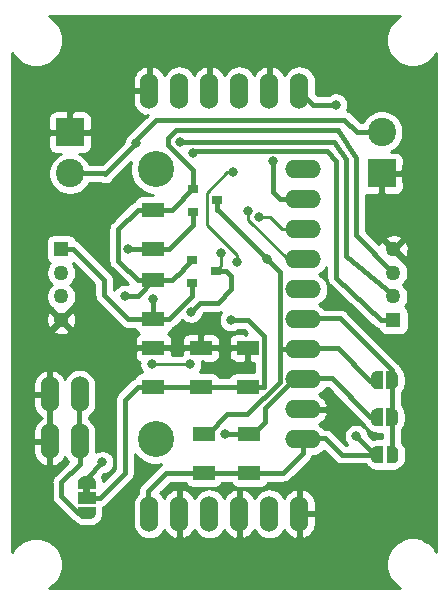
<source format=gbr>
G04 #@! TF.GenerationSoftware,KiCad,Pcbnew,(5.1.5-0-10_14)*
G04 #@! TF.CreationDate,2020-07-06T13:04:49+02:00*
G04 #@! TF.ProjectId,smartcitizen-adc-4-ch,736d6172-7463-4697-9469-7a656e2d6164,rev?*
G04 #@! TF.SameCoordinates,Original*
G04 #@! TF.FileFunction,Copper,L1,Top*
G04 #@! TF.FilePolarity,Positive*
%FSLAX46Y46*%
G04 Gerber Fmt 4.6, Leading zero omitted, Abs format (unit mm)*
G04 Created by KiCad (PCBNEW (5.1.5-0-10_14)) date 2020-07-06 13:04:49*
%MOMM*%
%LPD*%
G04 APERTURE LIST*
%ADD10C,0.100000*%
%ADD11C,2.400000*%
%ADD12R,2.400000X2.400000*%
%ADD13R,1.500000X1.000000*%
%ADD14O,1.524000X3.048000*%
%ADD15R,1.905000X1.270000*%
%ADD16C,1.270000*%
%ADD17R,1.270000X1.270000*%
%ADD18R,0.889000X0.787400*%
%ADD19O,3.048000X1.524000*%
%ADD20C,3.048000*%
%ADD21C,0.800000*%
%ADD22C,0.400000*%
%ADD23C,0.250000*%
%ADD24C,0.254000*%
G04 APERTURE END LIST*
D10*
G36*
X144673600Y-108066000D02*
G01*
X144673600Y-108566000D01*
X144073600Y-108566000D01*
X144073600Y-108066000D01*
X144673600Y-108066000D01*
G37*
D11*
X169341800Y-78016100D03*
D12*
X169341800Y-81516100D03*
D11*
X142938500Y-81516100D03*
D12*
X142938500Y-78016100D03*
G04 #@! TA.AperFunction,SMDPad,CuDef*
D10*
G36*
X143623600Y-108216000D02*
G01*
X143623600Y-107666000D01*
X143624202Y-107666000D01*
X143624202Y-107641466D01*
X143629012Y-107592635D01*
X143638584Y-107544510D01*
X143652828Y-107497555D01*
X143671605Y-107452222D01*
X143694736Y-107408949D01*
X143721996Y-107368150D01*
X143753124Y-107330221D01*
X143787821Y-107295524D01*
X143825750Y-107264396D01*
X143866549Y-107237136D01*
X143909822Y-107214005D01*
X143955155Y-107195228D01*
X144002110Y-107180984D01*
X144050235Y-107171412D01*
X144099066Y-107166602D01*
X144123600Y-107166602D01*
X144123600Y-107166000D01*
X144623600Y-107166000D01*
X144623600Y-107166602D01*
X144648134Y-107166602D01*
X144696965Y-107171412D01*
X144745090Y-107180984D01*
X144792045Y-107195228D01*
X144837378Y-107214005D01*
X144880651Y-107237136D01*
X144921450Y-107264396D01*
X144959379Y-107295524D01*
X144994076Y-107330221D01*
X145025204Y-107368150D01*
X145052464Y-107408949D01*
X145075595Y-107452222D01*
X145094372Y-107497555D01*
X145108616Y-107544510D01*
X145118188Y-107592635D01*
X145122998Y-107641466D01*
X145122998Y-107666000D01*
X145123600Y-107666000D01*
X145123600Y-108216000D01*
X143623600Y-108216000D01*
G37*
G04 #@! TD.AperFunction*
D13*
X144373600Y-108966000D03*
G04 #@! TA.AperFunction,SMDPad,CuDef*
D10*
G36*
X145122998Y-110266000D02*
G01*
X145122998Y-110290534D01*
X145118188Y-110339365D01*
X145108616Y-110387490D01*
X145094372Y-110434445D01*
X145075595Y-110479778D01*
X145052464Y-110523051D01*
X145025204Y-110563850D01*
X144994076Y-110601779D01*
X144959379Y-110636476D01*
X144921450Y-110667604D01*
X144880651Y-110694864D01*
X144837378Y-110717995D01*
X144792045Y-110736772D01*
X144745090Y-110751016D01*
X144696965Y-110760588D01*
X144648134Y-110765398D01*
X144623600Y-110765398D01*
X144623600Y-110766000D01*
X144123600Y-110766000D01*
X144123600Y-110765398D01*
X144099066Y-110765398D01*
X144050235Y-110760588D01*
X144002110Y-110751016D01*
X143955155Y-110736772D01*
X143909822Y-110717995D01*
X143866549Y-110694864D01*
X143825750Y-110667604D01*
X143787821Y-110636476D01*
X143753124Y-110601779D01*
X143721996Y-110563850D01*
X143694736Y-110523051D01*
X143671605Y-110479778D01*
X143652828Y-110434445D01*
X143638584Y-110387490D01*
X143629012Y-110339365D01*
X143624202Y-110290534D01*
X143624202Y-110266000D01*
X143623600Y-110266000D01*
X143623600Y-109716000D01*
X145123600Y-109716000D01*
X145123600Y-110266000D01*
X145122998Y-110266000D01*
G37*
G04 #@! TD.AperFunction*
D14*
X143764000Y-104190800D03*
X141224000Y-104190800D03*
X143764000Y-100228400D03*
X141224000Y-100228400D03*
D15*
X157988000Y-96291400D03*
X157988000Y-99593400D03*
X150012400Y-96291400D03*
X150012400Y-99593400D03*
X154025600Y-96291400D03*
X154025600Y-99593400D03*
D16*
X170332400Y-87932260D03*
X170332400Y-89933780D03*
X170332400Y-91930220D03*
D17*
X170332400Y-93931740D03*
D16*
X142189200Y-93931740D03*
X142189200Y-91930220D03*
X142189200Y-89933780D03*
D17*
X142189200Y-87932260D03*
D14*
X162356800Y-110337600D03*
X159816800Y-110337600D03*
X157276800Y-110337600D03*
X154736800Y-110337600D03*
X152196800Y-110337600D03*
X149656800Y-110337600D03*
X149656800Y-74523600D03*
X152196800Y-74523600D03*
X154736800Y-74523600D03*
X157276800Y-74523600D03*
X159816800Y-74523600D03*
X162356800Y-74523600D03*
G04 #@! TA.AperFunction,SMDPad,CuDef*
D10*
G36*
X168945800Y-106070498D02*
G01*
X168921266Y-106070498D01*
X168872435Y-106065688D01*
X168824310Y-106056116D01*
X168777355Y-106041872D01*
X168732022Y-106023095D01*
X168688749Y-105999964D01*
X168647950Y-105972704D01*
X168610021Y-105941576D01*
X168575324Y-105906879D01*
X168544196Y-105868950D01*
X168516936Y-105828151D01*
X168493805Y-105784878D01*
X168475028Y-105739545D01*
X168460784Y-105692590D01*
X168451212Y-105644465D01*
X168446402Y-105595634D01*
X168446402Y-105571100D01*
X168445800Y-105571100D01*
X168445800Y-105071100D01*
X168446402Y-105071100D01*
X168446402Y-105046566D01*
X168451212Y-104997735D01*
X168460784Y-104949610D01*
X168475028Y-104902655D01*
X168493805Y-104857322D01*
X168516936Y-104814049D01*
X168544196Y-104773250D01*
X168575324Y-104735321D01*
X168610021Y-104700624D01*
X168647950Y-104669496D01*
X168688749Y-104642236D01*
X168732022Y-104619105D01*
X168777355Y-104600328D01*
X168824310Y-104586084D01*
X168872435Y-104576512D01*
X168921266Y-104571702D01*
X168945800Y-104571702D01*
X168945800Y-104571100D01*
X169445800Y-104571100D01*
X169445800Y-106071100D01*
X168945800Y-106071100D01*
X168945800Y-106070498D01*
G37*
G04 #@! TD.AperFunction*
G04 #@! TA.AperFunction,SMDPad,CuDef*
G36*
X169745800Y-104571100D02*
G01*
X170245800Y-104571100D01*
X170245800Y-104571702D01*
X170270334Y-104571702D01*
X170319165Y-104576512D01*
X170367290Y-104586084D01*
X170414245Y-104600328D01*
X170459578Y-104619105D01*
X170502851Y-104642236D01*
X170543650Y-104669496D01*
X170581579Y-104700624D01*
X170616276Y-104735321D01*
X170647404Y-104773250D01*
X170674664Y-104814049D01*
X170697795Y-104857322D01*
X170716572Y-104902655D01*
X170730816Y-104949610D01*
X170740388Y-104997735D01*
X170745198Y-105046566D01*
X170745198Y-105071100D01*
X170745800Y-105071100D01*
X170745800Y-105571100D01*
X170745198Y-105571100D01*
X170745198Y-105595634D01*
X170740388Y-105644465D01*
X170730816Y-105692590D01*
X170716572Y-105739545D01*
X170697795Y-105784878D01*
X170674664Y-105828151D01*
X170647404Y-105868950D01*
X170616276Y-105906879D01*
X170581579Y-105941576D01*
X170543650Y-105972704D01*
X170502851Y-105999964D01*
X170459578Y-106023095D01*
X170414245Y-106041872D01*
X170367290Y-106056116D01*
X170319165Y-106065688D01*
X170270334Y-106070498D01*
X170245800Y-106070498D01*
X170245800Y-106071100D01*
X169745800Y-106071100D01*
X169745800Y-104571100D01*
G37*
G04 #@! TD.AperFunction*
G04 #@! TA.AperFunction,SMDPad,CuDef*
G36*
X168920400Y-102908198D02*
G01*
X168895866Y-102908198D01*
X168847035Y-102903388D01*
X168798910Y-102893816D01*
X168751955Y-102879572D01*
X168706622Y-102860795D01*
X168663349Y-102837664D01*
X168622550Y-102810404D01*
X168584621Y-102779276D01*
X168549924Y-102744579D01*
X168518796Y-102706650D01*
X168491536Y-102665851D01*
X168468405Y-102622578D01*
X168449628Y-102577245D01*
X168435384Y-102530290D01*
X168425812Y-102482165D01*
X168421002Y-102433334D01*
X168421002Y-102408800D01*
X168420400Y-102408800D01*
X168420400Y-101908800D01*
X168421002Y-101908800D01*
X168421002Y-101884266D01*
X168425812Y-101835435D01*
X168435384Y-101787310D01*
X168449628Y-101740355D01*
X168468405Y-101695022D01*
X168491536Y-101651749D01*
X168518796Y-101610950D01*
X168549924Y-101573021D01*
X168584621Y-101538324D01*
X168622550Y-101507196D01*
X168663349Y-101479936D01*
X168706622Y-101456805D01*
X168751955Y-101438028D01*
X168798910Y-101423784D01*
X168847035Y-101414212D01*
X168895866Y-101409402D01*
X168920400Y-101409402D01*
X168920400Y-101408800D01*
X169420400Y-101408800D01*
X169420400Y-102908800D01*
X168920400Y-102908800D01*
X168920400Y-102908198D01*
G37*
G04 #@! TD.AperFunction*
G04 #@! TA.AperFunction,SMDPad,CuDef*
G36*
X169720400Y-101408800D02*
G01*
X170220400Y-101408800D01*
X170220400Y-101409402D01*
X170244934Y-101409402D01*
X170293765Y-101414212D01*
X170341890Y-101423784D01*
X170388845Y-101438028D01*
X170434178Y-101456805D01*
X170477451Y-101479936D01*
X170518250Y-101507196D01*
X170556179Y-101538324D01*
X170590876Y-101573021D01*
X170622004Y-101610950D01*
X170649264Y-101651749D01*
X170672395Y-101695022D01*
X170691172Y-101740355D01*
X170705416Y-101787310D01*
X170714988Y-101835435D01*
X170719798Y-101884266D01*
X170719798Y-101908800D01*
X170720400Y-101908800D01*
X170720400Y-102408800D01*
X170719798Y-102408800D01*
X170719798Y-102433334D01*
X170714988Y-102482165D01*
X170705416Y-102530290D01*
X170691172Y-102577245D01*
X170672395Y-102622578D01*
X170649264Y-102665851D01*
X170622004Y-102706650D01*
X170590876Y-102744579D01*
X170556179Y-102779276D01*
X170518250Y-102810404D01*
X170477451Y-102837664D01*
X170434178Y-102860795D01*
X170388845Y-102879572D01*
X170341890Y-102893816D01*
X170293765Y-102903388D01*
X170244934Y-102908198D01*
X170220400Y-102908198D01*
X170220400Y-102908800D01*
X169720400Y-102908800D01*
X169720400Y-101408800D01*
G37*
G04 #@! TD.AperFunction*
G04 #@! TA.AperFunction,SMDPad,CuDef*
G36*
X168920400Y-99758598D02*
G01*
X168895866Y-99758598D01*
X168847035Y-99753788D01*
X168798910Y-99744216D01*
X168751955Y-99729972D01*
X168706622Y-99711195D01*
X168663349Y-99688064D01*
X168622550Y-99660804D01*
X168584621Y-99629676D01*
X168549924Y-99594979D01*
X168518796Y-99557050D01*
X168491536Y-99516251D01*
X168468405Y-99472978D01*
X168449628Y-99427645D01*
X168435384Y-99380690D01*
X168425812Y-99332565D01*
X168421002Y-99283734D01*
X168421002Y-99259200D01*
X168420400Y-99259200D01*
X168420400Y-98759200D01*
X168421002Y-98759200D01*
X168421002Y-98734666D01*
X168425812Y-98685835D01*
X168435384Y-98637710D01*
X168449628Y-98590755D01*
X168468405Y-98545422D01*
X168491536Y-98502149D01*
X168518796Y-98461350D01*
X168549924Y-98423421D01*
X168584621Y-98388724D01*
X168622550Y-98357596D01*
X168663349Y-98330336D01*
X168706622Y-98307205D01*
X168751955Y-98288428D01*
X168798910Y-98274184D01*
X168847035Y-98264612D01*
X168895866Y-98259802D01*
X168920400Y-98259802D01*
X168920400Y-98259200D01*
X169420400Y-98259200D01*
X169420400Y-99759200D01*
X168920400Y-99759200D01*
X168920400Y-99758598D01*
G37*
G04 #@! TD.AperFunction*
G04 #@! TA.AperFunction,SMDPad,CuDef*
G36*
X169720400Y-98259200D02*
G01*
X170220400Y-98259200D01*
X170220400Y-98259802D01*
X170244934Y-98259802D01*
X170293765Y-98264612D01*
X170341890Y-98274184D01*
X170388845Y-98288428D01*
X170434178Y-98307205D01*
X170477451Y-98330336D01*
X170518250Y-98357596D01*
X170556179Y-98388724D01*
X170590876Y-98423421D01*
X170622004Y-98461350D01*
X170649264Y-98502149D01*
X170672395Y-98545422D01*
X170691172Y-98590755D01*
X170705416Y-98637710D01*
X170714988Y-98685835D01*
X170719798Y-98734666D01*
X170719798Y-98759200D01*
X170720400Y-98759200D01*
X170720400Y-99259200D01*
X170719798Y-99259200D01*
X170719798Y-99283734D01*
X170714988Y-99332565D01*
X170705416Y-99380690D01*
X170691172Y-99427645D01*
X170672395Y-99472978D01*
X170649264Y-99516251D01*
X170622004Y-99557050D01*
X170590876Y-99594979D01*
X170556179Y-99629676D01*
X170518250Y-99660804D01*
X170477451Y-99688064D01*
X170434178Y-99711195D01*
X170388845Y-99729972D01*
X170341890Y-99744216D01*
X170293765Y-99753788D01*
X170244934Y-99758598D01*
X170220400Y-99758598D01*
X170220400Y-99759200D01*
X169720400Y-99759200D01*
X169720400Y-98259200D01*
G37*
G04 #@! TD.AperFunction*
D15*
X150012400Y-87909400D03*
X150012400Y-84607400D03*
X150012400Y-93853000D03*
X150012400Y-90551000D03*
X154279600Y-103555800D03*
X154279600Y-106857800D03*
X158140400Y-103555800D03*
X158140400Y-106857800D03*
D18*
X153365200Y-82829400D03*
X153365200Y-84759800D03*
X155397200Y-83794600D03*
X153314400Y-88823800D03*
X153314400Y-90754200D03*
X155346400Y-89789000D03*
D19*
X162661600Y-104038400D03*
X162661600Y-101498400D03*
X162661600Y-98958400D03*
X162661600Y-96418400D03*
X162661600Y-93878400D03*
X162661600Y-91338400D03*
X162661600Y-88798400D03*
X162661600Y-86258400D03*
X162661600Y-83718400D03*
X162661600Y-81178400D03*
D20*
X150211600Y-104038400D03*
X150211600Y-81178400D03*
D21*
X148522813Y-78977613D03*
X165455600Y-75692000D03*
X167176399Y-103765299D03*
X147574000Y-91897200D03*
X145669000Y-105968800D03*
X153365200Y-79806800D03*
X150012400Y-92151200D03*
X147878800Y-87934800D03*
X152247600Y-78841600D03*
X156667200Y-97688400D03*
X158949192Y-85238392D03*
X157988000Y-84734400D03*
X160121600Y-80467200D03*
X155752800Y-88290400D03*
X153212800Y-93218000D03*
X156057600Y-103581200D03*
X159585713Y-88775487D03*
X149860000Y-97688400D03*
X153111200Y-97688400D03*
X157073600Y-89001600D03*
X156768800Y-81432400D03*
X156565600Y-93929200D03*
D22*
X143700500Y-104267000D02*
X143700500Y-100203000D01*
X143984500Y-104551000D02*
X143700500Y-104267000D01*
X144335500Y-104902000D02*
X143700500Y-104267000D01*
X143764000Y-106114800D02*
X142214600Y-107664200D01*
X143764000Y-104190800D02*
X143764000Y-106114800D01*
X143626008Y-110266000D02*
X144373600Y-110266000D01*
X142214600Y-108854592D02*
X143626008Y-110266000D01*
X142214600Y-107664200D02*
X142214600Y-108854592D01*
X148522813Y-78977613D02*
X145908126Y-81592300D01*
X167226100Y-78016100D02*
X169341800Y-78016100D01*
X166172000Y-76962000D02*
X167226100Y-78016100D01*
X150255595Y-76962000D02*
X166172000Y-76962000D01*
X148522813Y-78694782D02*
X150255595Y-76962000D01*
X148522813Y-78977613D02*
X148522813Y-78694782D01*
X145831926Y-81516100D02*
X142938500Y-81516100D01*
X145908126Y-81592300D02*
X145831926Y-81516100D01*
X164562000Y-103949500D02*
X162623500Y-103949500D01*
X162306000Y-104267000D02*
X162623500Y-103949500D01*
X156787900Y-106857800D02*
X158140400Y-106857800D01*
X149555200Y-108413600D02*
X151111000Y-106857800D01*
X151111000Y-106857800D02*
X156787900Y-106857800D01*
X149555200Y-110337600D02*
X149555200Y-108413600D01*
X161004200Y-106857800D02*
X159492900Y-106857800D01*
X159492900Y-106857800D02*
X158140400Y-106857800D01*
X162661600Y-105200400D02*
X161004200Y-106857800D01*
X162661600Y-104038400D02*
X162661600Y-105200400D01*
X163525200Y-75692000D02*
X162356800Y-74523600D01*
X165455600Y-75692000D02*
X163525200Y-75692000D01*
X165933600Y-105321100D02*
X164562000Y-103949500D01*
X168945800Y-105321100D02*
X165933600Y-105321100D01*
X168732200Y-105321100D02*
X167176399Y-103765299D01*
X168945800Y-105321100D02*
X168732200Y-105321100D01*
X152520700Y-83623100D02*
X153314400Y-82829400D01*
X151587200Y-84607400D02*
X152520700Y-83673900D01*
X153314400Y-82829400D02*
X153365200Y-82829400D01*
X152520700Y-83673900D02*
X152520700Y-83623100D01*
X150012400Y-84607400D02*
X151587200Y-84607400D01*
X152469900Y-89617500D02*
X153263600Y-88823800D01*
X152469900Y-89668300D02*
X152469900Y-89617500D01*
X151587200Y-90551000D02*
X152469900Y-89668300D01*
X153263600Y-88823800D02*
X153314400Y-88823800D01*
X150012400Y-90551000D02*
X151587200Y-90551000D01*
X147028799Y-88919899D02*
X148659900Y-90551000D01*
X147028799Y-86238501D02*
X147028799Y-88919899D01*
X148659900Y-90551000D02*
X150012400Y-90551000D01*
X148659900Y-84607400D02*
X147028799Y-86238501D01*
X150012400Y-84607400D02*
X148659900Y-84607400D01*
X148666200Y-91897200D02*
X150012400Y-90551000D01*
X147574000Y-91897200D02*
X148666200Y-91897200D01*
X144373600Y-107264200D02*
X145669000Y-105968800D01*
X144373600Y-107666000D02*
X144373600Y-107264200D01*
X167195500Y-86702900D02*
X170332400Y-89933780D01*
X165658800Y-77876400D02*
X167170100Y-80175100D01*
X151954798Y-77876400D02*
X165658800Y-77876400D01*
X151282400Y-78548798D02*
X151954798Y-77876400D01*
X153365200Y-81217202D02*
X151282400Y-79134402D01*
X151282400Y-79134402D02*
X151282400Y-78548798D01*
X167170100Y-80175100D02*
X167195500Y-86702900D01*
X153365200Y-82829400D02*
X153365200Y-81217202D01*
X143224200Y-87932260D02*
X145846800Y-90554860D01*
X142189200Y-87932260D02*
X143224200Y-87932260D01*
X145846800Y-90554860D02*
X145846800Y-91846400D01*
X147853400Y-93853000D02*
X150012400Y-93853000D01*
X145846800Y-91846400D02*
X147853400Y-93853000D01*
X153314400Y-91903500D02*
X153314400Y-91547900D01*
X151364900Y-93853000D02*
X153314400Y-91903500D01*
X153314400Y-91547900D02*
X153314400Y-90754200D01*
X150012400Y-93853000D02*
X151364900Y-93853000D01*
X150012400Y-93853000D02*
X150012400Y-92151200D01*
X153554801Y-79617199D02*
X153365200Y-79806800D01*
X164707199Y-79617199D02*
X153554801Y-79617199D01*
X165493700Y-80429100D02*
X164707199Y-79617199D01*
X165493700Y-90335100D02*
X165493700Y-80429100D01*
X169297400Y-93931740D02*
X165493700Y-90335100D01*
X170332400Y-93931740D02*
X169297400Y-93931740D01*
X153365200Y-85553500D02*
X153365200Y-84759800D01*
X153365200Y-85909100D02*
X153365200Y-85553500D01*
X151364900Y-87909400D02*
X153365200Y-85909100D01*
X150012400Y-87909400D02*
X151364900Y-87909400D01*
X149987000Y-87934800D02*
X150012400Y-87909400D01*
X147878800Y-87934800D02*
X149987000Y-87934800D01*
X169697401Y-91295221D02*
X170332400Y-91930220D01*
X166281100Y-88506300D02*
X169697401Y-91295221D01*
X166293800Y-80276700D02*
X166281100Y-88506300D01*
X165303200Y-78841600D02*
X166293800Y-80276700D01*
X152247600Y-78841600D02*
X165303200Y-78841600D01*
X141160500Y-104267000D02*
X141160500Y-100203000D01*
X141160500Y-95138240D02*
X142367000Y-93931740D01*
X141160500Y-100203000D02*
X141160500Y-95138240D01*
X149669500Y-72498000D02*
X149919510Y-72247990D01*
X154499490Y-72247990D02*
X154749500Y-72498000D01*
X149919510Y-72247990D02*
X154499490Y-72247990D01*
X149669500Y-74422000D02*
X149669500Y-72498000D01*
X159579490Y-72247990D02*
X159829500Y-72498000D01*
X154999510Y-72247990D02*
X159579490Y-72247990D01*
X154749500Y-72498000D02*
X154999510Y-72247990D01*
X154749500Y-74422000D02*
X154749500Y-72498000D01*
X159829500Y-74422000D02*
X159829500Y-72498000D01*
X156975990Y-112600510D02*
X157226000Y-112350500D01*
X152396010Y-112600510D02*
X156975990Y-112600510D01*
X162306000Y-112350500D02*
X162306000Y-110426500D01*
X162055990Y-112600510D02*
X162306000Y-112350500D01*
X157476010Y-112600510D02*
X162055990Y-112600510D01*
X157226000Y-112350500D02*
X157476010Y-112600510D01*
X157226000Y-110426500D02*
X157226000Y-112350500D01*
X144548860Y-96291400D02*
X142189200Y-93931740D01*
X150012400Y-96291400D02*
X144548860Y-96291400D01*
X150012400Y-96291400D02*
X151364900Y-96291400D01*
X156267201Y-97288401D02*
X156267201Y-96526401D01*
X156667200Y-97688400D02*
X156267201Y-97288401D01*
X156057600Y-96316800D02*
X157988000Y-96291400D01*
X156267201Y-96526401D02*
X156057600Y-96316800D01*
X151364900Y-96291400D02*
X156057600Y-96316800D01*
X152146000Y-112350500D02*
X152396010Y-112600510D01*
X152146000Y-110426500D02*
X152146000Y-112350500D01*
X149656800Y-74523600D02*
X145389600Y-74523600D01*
X140062000Y-97142400D02*
X141224000Y-98304400D01*
X141224000Y-98304400D02*
X141224000Y-100228400D01*
X172021500Y-80436400D02*
X170941800Y-81516100D01*
X172021500Y-76352400D02*
X172021500Y-80436400D01*
X170903900Y-75234800D02*
X172021500Y-76352400D01*
X169002502Y-75234800D02*
X170903900Y-75234800D01*
X160079510Y-72247990D02*
X166015692Y-72247990D01*
X166015692Y-72247990D02*
X169002502Y-75234800D01*
X170941800Y-81516100D02*
X169341800Y-81516100D01*
X159829500Y-72498000D02*
X160079510Y-72247990D01*
X169341800Y-86941660D02*
X170332400Y-87932260D01*
X169341800Y-81516100D02*
X169341800Y-86941660D01*
X148494800Y-74523600D02*
X149656800Y-74523600D01*
X144831000Y-74523600D02*
X148494800Y-74523600D01*
X142938500Y-76416100D02*
X144831000Y-74523600D01*
X142938500Y-78016100D02*
X142938500Y-76416100D01*
X140062000Y-79292600D02*
X140062000Y-97142400D01*
X141338500Y-78016100D02*
X140062000Y-79292600D01*
X142938500Y-78016100D02*
X141338500Y-78016100D01*
D23*
X162661600Y-86258400D02*
X160887600Y-86258400D01*
X160887600Y-86258400D02*
X159867592Y-85238392D01*
X159867592Y-85238392D02*
X158949192Y-85238392D01*
X161362198Y-88798400D02*
X157988000Y-85424202D01*
X162661600Y-88798400D02*
X161362198Y-88798400D01*
X157988000Y-85424202D02*
X157988000Y-84734400D01*
D22*
X160737600Y-83718400D02*
X160121600Y-83102400D01*
X162661600Y-83718400D02*
X160737600Y-83718400D01*
X160121600Y-83102400D02*
X160121600Y-80467200D01*
X165120334Y-98869500D02*
X162623500Y-98869500D01*
X168380000Y-102129166D02*
X165120334Y-98869500D01*
X168880000Y-102129166D02*
X168380000Y-102129166D01*
D23*
X155752800Y-89382600D02*
X155346400Y-89789000D01*
X155752800Y-88290400D02*
X155752800Y-89382600D01*
D22*
X153212800Y-93218000D02*
X153924000Y-92506800D01*
X153924000Y-92506800D02*
X155448000Y-92506800D01*
X155448000Y-92506800D02*
X156616400Y-91338400D01*
X156616400Y-90214500D02*
X156190900Y-89789000D01*
X156190900Y-89789000D02*
X155346400Y-89789000D01*
X156616400Y-91338400D02*
X156616400Y-90214500D01*
X158115000Y-103581200D02*
X158140400Y-103555800D01*
X156057600Y-103581200D02*
X158115000Y-103581200D01*
X158457900Y-103555800D02*
X158140400Y-103555800D01*
X159492900Y-101365100D02*
X159492900Y-102520800D01*
X159492900Y-102520800D02*
X158457900Y-103555800D01*
X161899600Y-98958400D02*
X159492900Y-101365100D01*
X162661600Y-98958400D02*
X161899600Y-98958400D01*
X165649500Y-96329500D02*
X162623500Y-96329500D01*
X168380000Y-99060000D02*
X165649500Y-96329500D01*
X168880000Y-99060000D02*
X168380000Y-99060000D01*
X160687590Y-96368390D02*
X160737600Y-96418400D01*
X160687590Y-89878690D02*
X160687590Y-96368390D01*
X155397200Y-83794600D02*
X155397200Y-84588300D01*
X155448000Y-84632800D02*
X159585713Y-88775487D01*
D23*
X156972000Y-86156800D02*
X155448000Y-84632800D01*
D22*
X155397200Y-84588300D02*
X155448000Y-84632800D01*
X160737600Y-96418400D02*
X162661600Y-96418400D01*
X157948352Y-101904800D02*
X160687590Y-99165562D01*
X160687590Y-99165562D02*
X160687590Y-96468410D01*
X156248100Y-101904800D02*
X157948352Y-101904800D01*
X160687590Y-96468410D02*
X160737600Y-96418400D01*
X154597100Y-103555800D02*
X156248100Y-101904800D01*
X154279600Y-103555800D02*
X154597100Y-103555800D01*
X159585713Y-88775487D02*
X160687590Y-89878690D01*
D23*
X149860000Y-97688400D02*
X153111200Y-97688400D01*
D22*
X170180000Y-98190744D02*
X165778756Y-93789500D01*
X165778756Y-93789500D02*
X162623500Y-93789500D01*
X170180000Y-99060000D02*
X170180000Y-98190744D01*
X170245800Y-105321100D02*
X170180000Y-99060000D01*
D23*
X157073600Y-88435915D02*
X154533600Y-85895915D01*
X157073600Y-89001600D02*
X157073600Y-88435915D01*
X154533600Y-83144998D02*
X156246198Y-81432400D01*
X154533600Y-85895915D02*
X154533600Y-83144998D01*
X156246198Y-81432400D02*
X156768800Y-81432400D01*
D22*
X157988000Y-99593400D02*
X150012400Y-99593400D01*
X145523600Y-108966000D02*
X147574000Y-106915600D01*
X144373600Y-108966000D02*
X145523600Y-108966000D01*
X148659900Y-99593400D02*
X150012400Y-99593400D01*
X147574000Y-100679300D02*
X148659900Y-99593400D01*
X147574000Y-106915600D02*
X147574000Y-100679300D01*
X159390501Y-99543399D02*
X159340500Y-99593400D01*
X159390501Y-95296399D02*
X159390501Y-99543399D01*
X159340500Y-99593400D02*
X157988000Y-99593400D01*
X158023302Y-93929200D02*
X159390501Y-95296399D01*
X156565600Y-93929200D02*
X158023302Y-93929200D01*
D24*
G36*
X170511583Y-68443136D02*
G01*
X170195536Y-68759183D01*
X169947220Y-69130815D01*
X169776176Y-69543751D01*
X169688979Y-69982121D01*
X169688979Y-70429079D01*
X169776176Y-70867449D01*
X169947220Y-71280385D01*
X170195536Y-71652017D01*
X170511583Y-71968064D01*
X170883215Y-72216380D01*
X171296151Y-72387424D01*
X171734521Y-72474621D01*
X172181479Y-72474621D01*
X172619849Y-72387424D01*
X173032785Y-72216380D01*
X173404417Y-71968064D01*
X173720464Y-71652017D01*
X173965001Y-71286041D01*
X173965000Y-113524358D01*
X173720464Y-113158383D01*
X173404417Y-112842336D01*
X173032785Y-112594020D01*
X172619849Y-112422976D01*
X172181479Y-112335779D01*
X171734521Y-112335779D01*
X171296151Y-112422976D01*
X170883215Y-112594020D01*
X170511583Y-112842336D01*
X170195536Y-113158383D01*
X169947220Y-113530015D01*
X169776176Y-113942951D01*
X169688979Y-114381321D01*
X169688979Y-114828279D01*
X169776176Y-115266649D01*
X169947220Y-115679585D01*
X170195536Y-116051217D01*
X170511583Y-116367264D01*
X170878202Y-116612231D01*
X141136686Y-116624070D01*
X141502017Y-116379964D01*
X141818064Y-116063917D01*
X142066380Y-115692285D01*
X142237424Y-115279349D01*
X142324621Y-114840979D01*
X142324621Y-114394021D01*
X142237424Y-113955651D01*
X142066380Y-113542715D01*
X141818064Y-113171083D01*
X141502017Y-112855036D01*
X141130385Y-112606720D01*
X140717449Y-112435676D01*
X140279079Y-112348479D01*
X139832121Y-112348479D01*
X139393751Y-112435676D01*
X138980815Y-112606720D01*
X138609183Y-112855036D01*
X138293136Y-113171083D01*
X138048604Y-113537052D01*
X138048645Y-104317800D01*
X139827000Y-104317800D01*
X139827000Y-105079800D01*
X139878619Y-105349901D01*
X139981941Y-105604742D01*
X140132994Y-105834529D01*
X140325974Y-106030432D01*
X140553465Y-106184922D01*
X140806724Y-106292062D01*
X140880930Y-106307020D01*
X141097000Y-106184520D01*
X141097000Y-104317800D01*
X139827000Y-104317800D01*
X138048645Y-104317800D01*
X138048662Y-100355400D01*
X139827000Y-100355400D01*
X139827000Y-101117400D01*
X139878619Y-101387501D01*
X139981941Y-101642342D01*
X140132994Y-101872129D01*
X140325974Y-102068032D01*
X140534437Y-102209600D01*
X140325974Y-102351168D01*
X140132994Y-102547071D01*
X139981941Y-102776858D01*
X139878619Y-103031699D01*
X139827000Y-103301800D01*
X139827000Y-104063800D01*
X141097000Y-104063800D01*
X141097000Y-100355400D01*
X139827000Y-100355400D01*
X138048662Y-100355400D01*
X138048666Y-99339400D01*
X139827000Y-99339400D01*
X139827000Y-100101400D01*
X141097000Y-100101400D01*
X141097000Y-98234680D01*
X140880930Y-98112180D01*
X140806724Y-98127138D01*
X140553465Y-98234278D01*
X140325974Y-98388768D01*
X140132994Y-98584671D01*
X139981941Y-98814458D01*
X139878619Y-99069299D01*
X139827000Y-99339400D01*
X138048666Y-99339400D01*
X138048686Y-94806540D01*
X141494005Y-94806540D01*
X141545569Y-95033686D01*
X141772916Y-95138079D01*
X142016259Y-95196113D01*
X142266249Y-95205558D01*
X142513278Y-95166050D01*
X142747853Y-95079109D01*
X142832831Y-95033686D01*
X142884395Y-94806540D01*
X142189200Y-94111345D01*
X141494005Y-94806540D01*
X138048686Y-94806540D01*
X138048690Y-94008789D01*
X140915382Y-94008789D01*
X140954890Y-94255818D01*
X141041831Y-94490393D01*
X141087254Y-94575371D01*
X141314400Y-94626935D01*
X142009595Y-93931740D01*
X142368805Y-93931740D01*
X143064000Y-94626935D01*
X143291146Y-94575371D01*
X143395539Y-94348024D01*
X143453573Y-94104681D01*
X143463018Y-93854691D01*
X143423510Y-93607662D01*
X143336569Y-93373087D01*
X143291146Y-93288109D01*
X143064000Y-93236545D01*
X142368805Y-93931740D01*
X142009595Y-93931740D01*
X141314400Y-93236545D01*
X141087254Y-93288109D01*
X140982861Y-93515456D01*
X140924827Y-93758799D01*
X140915382Y-94008789D01*
X138048690Y-94008789D01*
X138048721Y-87297260D01*
X140916128Y-87297260D01*
X140916128Y-88567260D01*
X140928388Y-88691742D01*
X140964698Y-88811440D01*
X141023663Y-88921754D01*
X141103015Y-89018445D01*
X141199706Y-89097797D01*
X141218882Y-89108047D01*
X141202727Y-89124202D01*
X141063741Y-89332209D01*
X140968005Y-89563335D01*
X140919200Y-89808696D01*
X140919200Y-90058864D01*
X140968005Y-90304225D01*
X141063741Y-90535351D01*
X141202727Y-90743358D01*
X141379622Y-90920253D01*
X141397203Y-90932000D01*
X141379622Y-90943747D01*
X141202727Y-91120642D01*
X141063741Y-91328649D01*
X140968005Y-91559775D01*
X140919200Y-91805136D01*
X140919200Y-92055304D01*
X140968005Y-92300665D01*
X141063741Y-92531791D01*
X141202727Y-92739798D01*
X141379622Y-92916693D01*
X141506584Y-93001527D01*
X141494005Y-93056940D01*
X142189200Y-93752135D01*
X142884395Y-93056940D01*
X142871816Y-93001527D01*
X142998778Y-92916693D01*
X143175673Y-92739798D01*
X143314659Y-92531791D01*
X143410395Y-92300665D01*
X143459200Y-92055304D01*
X143459200Y-91805136D01*
X143410395Y-91559775D01*
X143314659Y-91328649D01*
X143175673Y-91120642D01*
X142998778Y-90943747D01*
X142981197Y-90932000D01*
X142998778Y-90920253D01*
X143175673Y-90743358D01*
X143314659Y-90535351D01*
X143410395Y-90304225D01*
X143459200Y-90058864D01*
X143459200Y-89808696D01*
X143410395Y-89563335D01*
X143314659Y-89332209D01*
X143175673Y-89124202D01*
X143159518Y-89108047D01*
X143178694Y-89097797D01*
X143195268Y-89084195D01*
X145011800Y-90900728D01*
X145011801Y-91805372D01*
X145007760Y-91846400D01*
X145023882Y-92010088D01*
X145071628Y-92167486D01*
X145149164Y-92312545D01*
X145149165Y-92312546D01*
X145253510Y-92439691D01*
X145285374Y-92465841D01*
X147233963Y-94414432D01*
X147260109Y-94446291D01*
X147291968Y-94472437D01*
X147291970Y-94472439D01*
X147387254Y-94550636D01*
X147532313Y-94628172D01*
X147689711Y-94675918D01*
X147853400Y-94692040D01*
X147894418Y-94688000D01*
X148456996Y-94688000D01*
X148470398Y-94732180D01*
X148529363Y-94842494D01*
X148608715Y-94939185D01*
X148705406Y-95018537D01*
X148805801Y-95072200D01*
X148705406Y-95125863D01*
X148608715Y-95205215D01*
X148529363Y-95301906D01*
X148470398Y-95412220D01*
X148434088Y-95531918D01*
X148421828Y-95656400D01*
X148424900Y-96005650D01*
X148583650Y-96164400D01*
X149885400Y-96164400D01*
X149885400Y-96144400D01*
X150139400Y-96144400D01*
X150139400Y-96164400D01*
X151441150Y-96164400D01*
X151599900Y-96005650D01*
X151602972Y-95656400D01*
X152435028Y-95656400D01*
X152438100Y-96005650D01*
X152596850Y-96164400D01*
X153898600Y-96164400D01*
X153898600Y-95180150D01*
X154152600Y-95180150D01*
X154152600Y-96164400D01*
X155454350Y-96164400D01*
X155613100Y-96005650D01*
X155616172Y-95656400D01*
X155603912Y-95531918D01*
X155567602Y-95412220D01*
X155508637Y-95301906D01*
X155429285Y-95205215D01*
X155332594Y-95125863D01*
X155222280Y-95066898D01*
X155102582Y-95030588D01*
X154978100Y-95018328D01*
X154311350Y-95021400D01*
X154152600Y-95180150D01*
X153898600Y-95180150D01*
X153739850Y-95021400D01*
X153073100Y-95018328D01*
X152948618Y-95030588D01*
X152828920Y-95066898D01*
X152718606Y-95125863D01*
X152621915Y-95205215D01*
X152542563Y-95301906D01*
X152483598Y-95412220D01*
X152447288Y-95531918D01*
X152435028Y-95656400D01*
X151602972Y-95656400D01*
X151590712Y-95531918D01*
X151554402Y-95412220D01*
X151495437Y-95301906D01*
X151416085Y-95205215D01*
X151319394Y-95125863D01*
X151218999Y-95072200D01*
X151319394Y-95018537D01*
X151416085Y-94939185D01*
X151495437Y-94842494D01*
X151554402Y-94732180D01*
X151575815Y-94661592D01*
X151685987Y-94628172D01*
X151831046Y-94550636D01*
X151958191Y-94446291D01*
X151984346Y-94414421D01*
X152464928Y-93933839D01*
X152553026Y-94021937D01*
X152722544Y-94135205D01*
X152910902Y-94213226D01*
X153110861Y-94253000D01*
X153314739Y-94253000D01*
X153514698Y-94213226D01*
X153703056Y-94135205D01*
X153872574Y-94021937D01*
X154016737Y-93877774D01*
X154130005Y-93708256D01*
X154208026Y-93519898D01*
X154236892Y-93374776D01*
X154269868Y-93341800D01*
X155406982Y-93341800D01*
X155448000Y-93345840D01*
X155489018Y-93341800D01*
X155489019Y-93341800D01*
X155611689Y-93329718D01*
X155749262Y-93287986D01*
X155648395Y-93438944D01*
X155570374Y-93627302D01*
X155530600Y-93827261D01*
X155530600Y-94031139D01*
X155570374Y-94231098D01*
X155648395Y-94419456D01*
X155761663Y-94588974D01*
X155905826Y-94733137D01*
X156075344Y-94846405D01*
X156263702Y-94924426D01*
X156463661Y-94964200D01*
X156667539Y-94964200D01*
X156867498Y-94924426D01*
X157055856Y-94846405D01*
X157178885Y-94764200D01*
X157677435Y-94764200D01*
X157934635Y-95021400D01*
X157860998Y-95021400D01*
X157860998Y-95180148D01*
X157702250Y-95021400D01*
X157035500Y-95018328D01*
X156911018Y-95030588D01*
X156791320Y-95066898D01*
X156681006Y-95125863D01*
X156584315Y-95205215D01*
X156504963Y-95301906D01*
X156445998Y-95412220D01*
X156409688Y-95531918D01*
X156397428Y-95656400D01*
X156400500Y-96005650D01*
X156559250Y-96164400D01*
X157861000Y-96164400D01*
X157861000Y-96144400D01*
X158115000Y-96144400D01*
X158115000Y-96164400D01*
X158135000Y-96164400D01*
X158135000Y-96418400D01*
X158115000Y-96418400D01*
X158115000Y-97402650D01*
X158273750Y-97561400D01*
X158555502Y-97562698D01*
X158555502Y-98320328D01*
X157035500Y-98320328D01*
X156911018Y-98332588D01*
X156791320Y-98368898D01*
X156681006Y-98427863D01*
X156584315Y-98507215D01*
X156504963Y-98603906D01*
X156445998Y-98714220D01*
X156432596Y-98758400D01*
X155581004Y-98758400D01*
X155567602Y-98714220D01*
X155508637Y-98603906D01*
X155429285Y-98507215D01*
X155332594Y-98427863D01*
X155222280Y-98368898D01*
X155102582Y-98332588D01*
X154978100Y-98320328D01*
X153933743Y-98320328D01*
X154028405Y-98178656D01*
X154106426Y-97990298D01*
X154146200Y-97790339D01*
X154146200Y-97586461D01*
X154141215Y-97561400D01*
X154152602Y-97561400D01*
X154152602Y-97402652D01*
X154311350Y-97561400D01*
X154978100Y-97564472D01*
X155102582Y-97552212D01*
X155222280Y-97515902D01*
X155332594Y-97456937D01*
X155429285Y-97377585D01*
X155508637Y-97280894D01*
X155567602Y-97170580D01*
X155603912Y-97050882D01*
X155616172Y-96926400D01*
X156397428Y-96926400D01*
X156409688Y-97050882D01*
X156445998Y-97170580D01*
X156504963Y-97280894D01*
X156584315Y-97377585D01*
X156681006Y-97456937D01*
X156791320Y-97515902D01*
X156911018Y-97552212D01*
X157035500Y-97564472D01*
X157702250Y-97561400D01*
X157861000Y-97402650D01*
X157861000Y-96418400D01*
X156559250Y-96418400D01*
X156400500Y-96577150D01*
X156397428Y-96926400D01*
X155616172Y-96926400D01*
X155613100Y-96577150D01*
X155454350Y-96418400D01*
X154152600Y-96418400D01*
X154152600Y-96438400D01*
X153898600Y-96438400D01*
X153898600Y-96418400D01*
X152596850Y-96418400D01*
X152438100Y-96577150D01*
X152435255Y-96900634D01*
X152407489Y-96928400D01*
X151602775Y-96928400D01*
X151602972Y-96926400D01*
X151599900Y-96577150D01*
X151441150Y-96418400D01*
X150139400Y-96418400D01*
X150139400Y-96438400D01*
X149885400Y-96438400D01*
X149885400Y-96418400D01*
X148583650Y-96418400D01*
X148424900Y-96577150D01*
X148421828Y-96926400D01*
X148434088Y-97050882D01*
X148470398Y-97170580D01*
X148529363Y-97280894D01*
X148608715Y-97377585D01*
X148705406Y-97456937D01*
X148815720Y-97515902D01*
X148837708Y-97522572D01*
X148825000Y-97586461D01*
X148825000Y-97790339D01*
X148864774Y-97990298D01*
X148942795Y-98178656D01*
X149038843Y-98322402D01*
X148935418Y-98332588D01*
X148815720Y-98368898D01*
X148705406Y-98427863D01*
X148608715Y-98507215D01*
X148529363Y-98603906D01*
X148470398Y-98714220D01*
X148448985Y-98784808D01*
X148338813Y-98818228D01*
X148193754Y-98895764D01*
X148159396Y-98923961D01*
X148117432Y-98958400D01*
X148066609Y-99000109D01*
X148040463Y-99031968D01*
X147012574Y-100059859D01*
X146980710Y-100086009D01*
X146924230Y-100154830D01*
X146876364Y-100213155D01*
X146798828Y-100358214D01*
X146751082Y-100515612D01*
X146734960Y-100679300D01*
X146739001Y-100720328D01*
X146739000Y-106569732D01*
X145753210Y-107555523D01*
X145747004Y-107492510D01*
X145727882Y-107396377D01*
X145691573Y-107276681D01*
X145654064Y-107186125D01*
X145646567Y-107172100D01*
X145825775Y-106992892D01*
X145970898Y-106964026D01*
X146159256Y-106886005D01*
X146328774Y-106772737D01*
X146472937Y-106628574D01*
X146586205Y-106459056D01*
X146664226Y-106270698D01*
X146704000Y-106070739D01*
X146704000Y-105866861D01*
X146664226Y-105666902D01*
X146586205Y-105478544D01*
X146472937Y-105309026D01*
X146328774Y-105164863D01*
X146159256Y-105051595D01*
X145970898Y-104973574D01*
X145770939Y-104933800D01*
X145567061Y-104933800D01*
X145367102Y-104973574D01*
X145178744Y-105051595D01*
X145158472Y-105065140D01*
X145174540Y-104902000D01*
X145161000Y-104764527D01*
X145161000Y-103360175D01*
X145140786Y-103154940D01*
X145060904Y-102891605D01*
X144931183Y-102648913D01*
X144756607Y-102436192D01*
X144543886Y-102261617D01*
X144535500Y-102257135D01*
X144535500Y-102162066D01*
X144543887Y-102157583D01*
X144756608Y-101983008D01*
X144931183Y-101770287D01*
X145060904Y-101527595D01*
X145140786Y-101264260D01*
X145161000Y-101059025D01*
X145161000Y-99397775D01*
X145140786Y-99192540D01*
X145060904Y-98929205D01*
X144931183Y-98686513D01*
X144756607Y-98473792D01*
X144543886Y-98299217D01*
X144301194Y-98169496D01*
X144037859Y-98089614D01*
X143764000Y-98062641D01*
X143490140Y-98089614D01*
X143226805Y-98169496D01*
X142984113Y-98299217D01*
X142771392Y-98473793D01*
X142596817Y-98686514D01*
X142492962Y-98880814D01*
X142466059Y-98814458D01*
X142315006Y-98584671D01*
X142122026Y-98388768D01*
X141894535Y-98234278D01*
X141641276Y-98127138D01*
X141567070Y-98112180D01*
X141351000Y-98234680D01*
X141351000Y-100101400D01*
X141371000Y-100101400D01*
X141371000Y-100355400D01*
X141351000Y-100355400D01*
X141351000Y-104063800D01*
X141371000Y-104063800D01*
X141371000Y-104317800D01*
X141351000Y-104317800D01*
X141351000Y-106184520D01*
X141567070Y-106307020D01*
X141641276Y-106292062D01*
X141894535Y-106184922D01*
X142122026Y-106030432D01*
X142315006Y-105834529D01*
X142466059Y-105604742D01*
X142492962Y-105538386D01*
X142596818Y-105732687D01*
X142762888Y-105935044D01*
X141653179Y-107044754D01*
X141621309Y-107070909D01*
X141532695Y-107178887D01*
X141516964Y-107198055D01*
X141439428Y-107343114D01*
X141391682Y-107500512D01*
X141375560Y-107664200D01*
X141379600Y-107705219D01*
X141379601Y-108813564D01*
X141375560Y-108854592D01*
X141391682Y-109018280D01*
X141439428Y-109175678D01*
X141516964Y-109320737D01*
X141516965Y-109320738D01*
X141621310Y-109447883D01*
X141653174Y-109474033D01*
X143006566Y-110827426D01*
X143032717Y-110859291D01*
X143159862Y-110963636D01*
X143280981Y-111028376D01*
X143285910Y-111034382D01*
X143355218Y-111103690D01*
X143451909Y-111183042D01*
X143533408Y-111237498D01*
X143643725Y-111296464D01*
X143734281Y-111333973D01*
X143853977Y-111370282D01*
X143950110Y-111389404D01*
X144074591Y-111401664D01*
X144099150Y-111401664D01*
X144123600Y-111404072D01*
X144623600Y-111404072D01*
X144648050Y-111401664D01*
X144672609Y-111401664D01*
X144797090Y-111389404D01*
X144893223Y-111370282D01*
X145012919Y-111333973D01*
X145103475Y-111296464D01*
X145213792Y-111237498D01*
X145295291Y-111183042D01*
X145391982Y-111103690D01*
X145461290Y-111034382D01*
X145540642Y-110937691D01*
X145595098Y-110856192D01*
X145654064Y-110745875D01*
X145691573Y-110655319D01*
X145727882Y-110535623D01*
X145747004Y-110439490D01*
X145759264Y-110315009D01*
X145759264Y-110290450D01*
X145761672Y-110266000D01*
X145761672Y-109766354D01*
X145844687Y-109741172D01*
X145989746Y-109663636D01*
X146116891Y-109559291D01*
X146143046Y-109527421D01*
X148135428Y-107535040D01*
X148167291Y-107508891D01*
X148271636Y-107381746D01*
X148349172Y-107236687D01*
X148396918Y-107079289D01*
X148409000Y-106956619D01*
X148409000Y-106956609D01*
X148413039Y-106915601D01*
X148409000Y-106874593D01*
X148409000Y-105226715D01*
X148534596Y-105414682D01*
X148835318Y-105715404D01*
X149188930Y-105951681D01*
X149581843Y-106114430D01*
X149998957Y-106197400D01*
X150424243Y-106197400D01*
X150664660Y-106149578D01*
X150644854Y-106160164D01*
X150517709Y-106264509D01*
X150491561Y-106296371D01*
X148993774Y-107794159D01*
X148961910Y-107820309D01*
X148881107Y-107918768D01*
X148857564Y-107947455D01*
X148780028Y-108092514D01*
X148732282Y-108249912D01*
X148716160Y-108413600D01*
X148720201Y-108454628D01*
X148720201Y-108537028D01*
X148664192Y-108582993D01*
X148489617Y-108795714D01*
X148359896Y-109038406D01*
X148280014Y-109301741D01*
X148259800Y-109506976D01*
X148259800Y-111168225D01*
X148280014Y-111373460D01*
X148359897Y-111636795D01*
X148489618Y-111879487D01*
X148664193Y-112092208D01*
X148876914Y-112266783D01*
X149119606Y-112396504D01*
X149382941Y-112476386D01*
X149656800Y-112503359D01*
X149930660Y-112476386D01*
X150193995Y-112396504D01*
X150436687Y-112266783D01*
X150649408Y-112092208D01*
X150823983Y-111879487D01*
X150927838Y-111685187D01*
X150954741Y-111751542D01*
X151105794Y-111981329D01*
X151298774Y-112177232D01*
X151526265Y-112331722D01*
X151779524Y-112438862D01*
X151853730Y-112453820D01*
X152069800Y-112331320D01*
X152069800Y-110464600D01*
X152049800Y-110464600D01*
X152049800Y-110210600D01*
X152069800Y-110210600D01*
X152069800Y-108343880D01*
X152323800Y-108343880D01*
X152323800Y-110210600D01*
X152343800Y-110210600D01*
X152343800Y-110464600D01*
X152323800Y-110464600D01*
X152323800Y-112331320D01*
X152539870Y-112453820D01*
X152614076Y-112438862D01*
X152867335Y-112331722D01*
X153094826Y-112177232D01*
X153287806Y-111981329D01*
X153438859Y-111751542D01*
X153465762Y-111685186D01*
X153569618Y-111879487D01*
X153744193Y-112092208D01*
X153956914Y-112266783D01*
X154199606Y-112396504D01*
X154462941Y-112476386D01*
X154736800Y-112503359D01*
X155010660Y-112476386D01*
X155273995Y-112396504D01*
X155516687Y-112266783D01*
X155729408Y-112092208D01*
X155903983Y-111879487D01*
X156007838Y-111685187D01*
X156034741Y-111751542D01*
X156185794Y-111981329D01*
X156378774Y-112177232D01*
X156606265Y-112331722D01*
X156859524Y-112438862D01*
X156933730Y-112453820D01*
X157149800Y-112331320D01*
X157149800Y-110464600D01*
X157129800Y-110464600D01*
X157129800Y-110210600D01*
X157149800Y-110210600D01*
X157149800Y-108343880D01*
X157403800Y-108343880D01*
X157403800Y-110210600D01*
X157423800Y-110210600D01*
X157423800Y-110464600D01*
X157403800Y-110464600D01*
X157403800Y-112331320D01*
X157619870Y-112453820D01*
X157694076Y-112438862D01*
X157947335Y-112331722D01*
X158174826Y-112177232D01*
X158367806Y-111981329D01*
X158518859Y-111751542D01*
X158545762Y-111685186D01*
X158649618Y-111879487D01*
X158824193Y-112092208D01*
X159036914Y-112266783D01*
X159279606Y-112396504D01*
X159542941Y-112476386D01*
X159816800Y-112503359D01*
X160090660Y-112476386D01*
X160353995Y-112396504D01*
X160596687Y-112266783D01*
X160809408Y-112092208D01*
X160983983Y-111879487D01*
X161087838Y-111685187D01*
X161114741Y-111751542D01*
X161265794Y-111981329D01*
X161458774Y-112177232D01*
X161686265Y-112331722D01*
X161939524Y-112438862D01*
X162013730Y-112453820D01*
X162229800Y-112331320D01*
X162229800Y-110464600D01*
X162483800Y-110464600D01*
X162483800Y-112331320D01*
X162699870Y-112453820D01*
X162774076Y-112438862D01*
X163027335Y-112331722D01*
X163254826Y-112177232D01*
X163447806Y-111981329D01*
X163598859Y-111751542D01*
X163702181Y-111496701D01*
X163753800Y-111226600D01*
X163753800Y-110464600D01*
X162483800Y-110464600D01*
X162229800Y-110464600D01*
X162209800Y-110464600D01*
X162209800Y-110210600D01*
X162229800Y-110210600D01*
X162229800Y-108343880D01*
X162483800Y-108343880D01*
X162483800Y-110210600D01*
X163753800Y-110210600D01*
X163753800Y-109448600D01*
X163702181Y-109178499D01*
X163598859Y-108923658D01*
X163447806Y-108693871D01*
X163254826Y-108497968D01*
X163027335Y-108343478D01*
X162774076Y-108236338D01*
X162699870Y-108221380D01*
X162483800Y-108343880D01*
X162229800Y-108343880D01*
X162013730Y-108221380D01*
X161939524Y-108236338D01*
X161686265Y-108343478D01*
X161458774Y-108497968D01*
X161265794Y-108693871D01*
X161114741Y-108923658D01*
X161087838Y-108990013D01*
X160983983Y-108795713D01*
X160809407Y-108582992D01*
X160596686Y-108408417D01*
X160353994Y-108278696D01*
X160090659Y-108198814D01*
X159816800Y-108171841D01*
X159542940Y-108198814D01*
X159279605Y-108278696D01*
X159036913Y-108408417D01*
X158824192Y-108582993D01*
X158649617Y-108795714D01*
X158545762Y-108990014D01*
X158518859Y-108923658D01*
X158367806Y-108693871D01*
X158174826Y-108497968D01*
X157947335Y-108343478D01*
X157694076Y-108236338D01*
X157619870Y-108221380D01*
X157403800Y-108343880D01*
X157149800Y-108343880D01*
X156933730Y-108221380D01*
X156859524Y-108236338D01*
X156606265Y-108343478D01*
X156378774Y-108497968D01*
X156185794Y-108693871D01*
X156034741Y-108923658D01*
X156007838Y-108990013D01*
X155903983Y-108795713D01*
X155729407Y-108582992D01*
X155516686Y-108408417D01*
X155273994Y-108278696D01*
X155010659Y-108198814D01*
X154736800Y-108171841D01*
X154462940Y-108198814D01*
X154199605Y-108278696D01*
X153956913Y-108408417D01*
X153744192Y-108582993D01*
X153569617Y-108795714D01*
X153465762Y-108990014D01*
X153438859Y-108923658D01*
X153287806Y-108693871D01*
X153094826Y-108497968D01*
X152867335Y-108343478D01*
X152614076Y-108236338D01*
X152539870Y-108221380D01*
X152323800Y-108343880D01*
X152069800Y-108343880D01*
X151853730Y-108221380D01*
X151779524Y-108236338D01*
X151526265Y-108343478D01*
X151298774Y-108497968D01*
X151105794Y-108693871D01*
X150954741Y-108923658D01*
X150927838Y-108990013D01*
X150823983Y-108795713D01*
X150649407Y-108582992D01*
X150603967Y-108545700D01*
X151456868Y-107692800D01*
X152724196Y-107692800D01*
X152737598Y-107736980D01*
X152796563Y-107847294D01*
X152875915Y-107943985D01*
X152972606Y-108023337D01*
X153082920Y-108082302D01*
X153202618Y-108118612D01*
X153327100Y-108130872D01*
X155232100Y-108130872D01*
X155356582Y-108118612D01*
X155476280Y-108082302D01*
X155586594Y-108023337D01*
X155683285Y-107943985D01*
X155762637Y-107847294D01*
X155821602Y-107736980D01*
X155835004Y-107692800D01*
X156584996Y-107692800D01*
X156598398Y-107736980D01*
X156657363Y-107847294D01*
X156736715Y-107943985D01*
X156833406Y-108023337D01*
X156943720Y-108082302D01*
X157063418Y-108118612D01*
X157187900Y-108130872D01*
X159092900Y-108130872D01*
X159217382Y-108118612D01*
X159337080Y-108082302D01*
X159447394Y-108023337D01*
X159544085Y-107943985D01*
X159623437Y-107847294D01*
X159682402Y-107736980D01*
X159695804Y-107692800D01*
X160963182Y-107692800D01*
X161004200Y-107696840D01*
X161045218Y-107692800D01*
X161045219Y-107692800D01*
X161167889Y-107680718D01*
X161325287Y-107632972D01*
X161470346Y-107555436D01*
X161597491Y-107451091D01*
X161623646Y-107419221D01*
X163223032Y-105819837D01*
X163254891Y-105793691D01*
X163298101Y-105741040D01*
X163319139Y-105715404D01*
X163359236Y-105666546D01*
X163436772Y-105521487D01*
X163462886Y-105435400D01*
X163492225Y-105435400D01*
X163697460Y-105415186D01*
X163960795Y-105335304D01*
X164203487Y-105205583D01*
X164416208Y-105031008D01*
X164437138Y-105005505D01*
X165314158Y-105882526D01*
X165340309Y-105914391D01*
X165467454Y-106018736D01*
X165612513Y-106096272D01*
X165769911Y-106144018D01*
X165892581Y-106156100D01*
X165892591Y-106156100D01*
X165933599Y-106160139D01*
X165974607Y-106156100D01*
X167971527Y-106156100D01*
X167974302Y-106161292D01*
X168028758Y-106242791D01*
X168108110Y-106339482D01*
X168177418Y-106408790D01*
X168274109Y-106488142D01*
X168355608Y-106542598D01*
X168465925Y-106601564D01*
X168556481Y-106639073D01*
X168676177Y-106675382D01*
X168772310Y-106694504D01*
X168896791Y-106706764D01*
X168921350Y-106706764D01*
X168945800Y-106709172D01*
X169445800Y-106709172D01*
X169570282Y-106696912D01*
X169595800Y-106689171D01*
X169621318Y-106696912D01*
X169745800Y-106709172D01*
X170245800Y-106709172D01*
X170270250Y-106706764D01*
X170294809Y-106706764D01*
X170419290Y-106694504D01*
X170515423Y-106675382D01*
X170635119Y-106639073D01*
X170725675Y-106601564D01*
X170835992Y-106542598D01*
X170917491Y-106488142D01*
X171014182Y-106408790D01*
X171083490Y-106339482D01*
X171162842Y-106242791D01*
X171217298Y-106161292D01*
X171276264Y-106050975D01*
X171313773Y-105960419D01*
X171350082Y-105840723D01*
X171369204Y-105744590D01*
X171381464Y-105620109D01*
X171381464Y-105595550D01*
X171383872Y-105571100D01*
X171383872Y-105071100D01*
X171381464Y-105046650D01*
X171381464Y-105022091D01*
X171369204Y-104897610D01*
X171350082Y-104801477D01*
X171313773Y-104681781D01*
X171276264Y-104591225D01*
X171217298Y-104480908D01*
X171162842Y-104399409D01*
X171083490Y-104302718D01*
X171070001Y-104289229D01*
X171058311Y-103176912D01*
X171137442Y-103080491D01*
X171191898Y-102998992D01*
X171250864Y-102888675D01*
X171288373Y-102798119D01*
X171324682Y-102678423D01*
X171343804Y-102582290D01*
X171356064Y-102457809D01*
X171356064Y-102433250D01*
X171358472Y-102408800D01*
X171358472Y-101908800D01*
X171356064Y-101884350D01*
X171356064Y-101859791D01*
X171343804Y-101735310D01*
X171324682Y-101639177D01*
X171288373Y-101519481D01*
X171250864Y-101428925D01*
X171191898Y-101318608D01*
X171137442Y-101237109D01*
X171058090Y-101140418D01*
X171036684Y-101119012D01*
X171025556Y-100060116D01*
X171058090Y-100027582D01*
X171137442Y-99930891D01*
X171191898Y-99849392D01*
X171250864Y-99739075D01*
X171288373Y-99648519D01*
X171324682Y-99528823D01*
X171343804Y-99432690D01*
X171356064Y-99308209D01*
X171356064Y-99283650D01*
X171358472Y-99259200D01*
X171358472Y-98759200D01*
X171356064Y-98734750D01*
X171356064Y-98710191D01*
X171343804Y-98585710D01*
X171324682Y-98489577D01*
X171288373Y-98369881D01*
X171250864Y-98279325D01*
X171191898Y-98169008D01*
X171137442Y-98087509D01*
X171058090Y-97990818D01*
X170988782Y-97921510D01*
X170964975Y-97901972D01*
X170955172Y-97869657D01*
X170877636Y-97724598D01*
X170799439Y-97629314D01*
X170799437Y-97629312D01*
X170773291Y-97597453D01*
X170741432Y-97571307D01*
X166398202Y-93228079D01*
X166372047Y-93196209D01*
X166244902Y-93091864D01*
X166099843Y-93014328D01*
X165942445Y-92966582D01*
X165819775Y-92954500D01*
X165819774Y-92954500D01*
X165778756Y-92950460D01*
X165737738Y-92954500D01*
X164472595Y-92954500D01*
X164416208Y-92885792D01*
X164203487Y-92711217D01*
X164011129Y-92608400D01*
X164203487Y-92505583D01*
X164416208Y-92331008D01*
X164590783Y-92118287D01*
X164720504Y-91875595D01*
X164800386Y-91612260D01*
X164827359Y-91338400D01*
X164800386Y-91064540D01*
X164720504Y-90801205D01*
X164590783Y-90558513D01*
X164416208Y-90345792D01*
X164203487Y-90171217D01*
X164011129Y-90068400D01*
X164203487Y-89965583D01*
X164416208Y-89791008D01*
X164590783Y-89578287D01*
X164658700Y-89451222D01*
X164658700Y-90305790D01*
X164654989Y-90358566D01*
X164663864Y-90428552D01*
X164670782Y-90498788D01*
X164674200Y-90510057D01*
X164675682Y-90521740D01*
X164698044Y-90588660D01*
X164718528Y-90656186D01*
X164724080Y-90666573D01*
X164727812Y-90677741D01*
X164762803Y-90739019D01*
X164796064Y-90801245D01*
X164803533Y-90810346D01*
X164809374Y-90820575D01*
X164855642Y-90873841D01*
X164900409Y-90928391D01*
X164941321Y-90961967D01*
X168685392Y-94502225D01*
X168704109Y-94525031D01*
X168745014Y-94558601D01*
X168753515Y-94566639D01*
X168776708Y-94584611D01*
X168831254Y-94629376D01*
X168841640Y-94634928D01*
X168850949Y-94642141D01*
X168914077Y-94673646D01*
X168976313Y-94706912D01*
X168987585Y-94710331D01*
X168998120Y-94715589D01*
X169066175Y-94734171D01*
X169086485Y-94740332D01*
X169107898Y-94810920D01*
X169166863Y-94921234D01*
X169246215Y-95017925D01*
X169342906Y-95097277D01*
X169453220Y-95156242D01*
X169572918Y-95192552D01*
X169697400Y-95204812D01*
X170967400Y-95204812D01*
X171091882Y-95192552D01*
X171211580Y-95156242D01*
X171321894Y-95097277D01*
X171418585Y-95017925D01*
X171497937Y-94921234D01*
X171556902Y-94810920D01*
X171593212Y-94691222D01*
X171605472Y-94566740D01*
X171605472Y-93296740D01*
X171593212Y-93172258D01*
X171556902Y-93052560D01*
X171497937Y-92942246D01*
X171418585Y-92845555D01*
X171321894Y-92766203D01*
X171302718Y-92755953D01*
X171318873Y-92739798D01*
X171457859Y-92531791D01*
X171553595Y-92300665D01*
X171602400Y-92055304D01*
X171602400Y-91805136D01*
X171553595Y-91559775D01*
X171457859Y-91328649D01*
X171318873Y-91120642D01*
X171141978Y-90943747D01*
X171124397Y-90932000D01*
X171141978Y-90920253D01*
X171318873Y-90743358D01*
X171457859Y-90535351D01*
X171553595Y-90304225D01*
X171602400Y-90058864D01*
X171602400Y-89808696D01*
X171553595Y-89563335D01*
X171457859Y-89332209D01*
X171318873Y-89124202D01*
X171141978Y-88947307D01*
X171015016Y-88862473D01*
X171027595Y-88807060D01*
X170332400Y-88111865D01*
X170318258Y-88126008D01*
X170138653Y-87946403D01*
X170152795Y-87932260D01*
X170512005Y-87932260D01*
X171207200Y-88627455D01*
X171434346Y-88575891D01*
X171538739Y-88348544D01*
X171596773Y-88105201D01*
X171606218Y-87855211D01*
X171566710Y-87608182D01*
X171479769Y-87373607D01*
X171434346Y-87288629D01*
X171207200Y-87237065D01*
X170512005Y-87932260D01*
X170152795Y-87932260D01*
X169457600Y-87237065D01*
X169230454Y-87288629D01*
X169133344Y-87500114D01*
X168703566Y-87057460D01*
X169637205Y-87057460D01*
X170332400Y-87752655D01*
X171027595Y-87057460D01*
X170976031Y-86830314D01*
X170748684Y-86725921D01*
X170505341Y-86667887D01*
X170255351Y-86658442D01*
X170008322Y-86697950D01*
X169773747Y-86784891D01*
X169688769Y-86830314D01*
X169637205Y-87057460D01*
X168703566Y-87057460D01*
X168029183Y-86362873D01*
X168017428Y-83341923D01*
X168141800Y-83354172D01*
X169056050Y-83351100D01*
X169214800Y-83192350D01*
X169214800Y-81643100D01*
X169468800Y-81643100D01*
X169468800Y-83192350D01*
X169627550Y-83351100D01*
X170541800Y-83354172D01*
X170666282Y-83341912D01*
X170785980Y-83305602D01*
X170896294Y-83246637D01*
X170992985Y-83167285D01*
X171072337Y-83070594D01*
X171131302Y-82960280D01*
X171167612Y-82840582D01*
X171179872Y-82716100D01*
X171176800Y-81801850D01*
X171018050Y-81643100D01*
X169468800Y-81643100D01*
X169214800Y-81643100D01*
X169194800Y-81643100D01*
X169194800Y-81389100D01*
X169214800Y-81389100D01*
X169214800Y-81369100D01*
X169468800Y-81369100D01*
X169468800Y-81389100D01*
X171018050Y-81389100D01*
X171176800Y-81230350D01*
X171179872Y-80316100D01*
X171167612Y-80191618D01*
X171131302Y-80071920D01*
X171072337Y-79961606D01*
X170992985Y-79864915D01*
X170896294Y-79785563D01*
X170785980Y-79726598D01*
X170666282Y-79690288D01*
X170541800Y-79678028D01*
X170121226Y-79679441D01*
X170210999Y-79642256D01*
X170511544Y-79441438D01*
X170767138Y-79185844D01*
X170967956Y-78885299D01*
X171106282Y-78551350D01*
X171176800Y-78196832D01*
X171176800Y-77835368D01*
X171106282Y-77480850D01*
X170967956Y-77146901D01*
X170767138Y-76846356D01*
X170511544Y-76590762D01*
X170210999Y-76389944D01*
X169877050Y-76251618D01*
X169522532Y-76181100D01*
X169161068Y-76181100D01*
X168806550Y-76251618D01*
X168472601Y-76389944D01*
X168172056Y-76590762D01*
X167916462Y-76846356D01*
X167715644Y-77146901D01*
X167701478Y-77181100D01*
X167571969Y-77181100D01*
X166791445Y-76400578D01*
X166765291Y-76368709D01*
X166638146Y-76264364D01*
X166493087Y-76186828D01*
X166384549Y-76153903D01*
X166450826Y-75993898D01*
X166490600Y-75793939D01*
X166490600Y-75590061D01*
X166450826Y-75390102D01*
X166372805Y-75201744D01*
X166259537Y-75032226D01*
X166115374Y-74888063D01*
X165945856Y-74774795D01*
X165757498Y-74696774D01*
X165557539Y-74657000D01*
X165353661Y-74657000D01*
X165153702Y-74696774D01*
X164965344Y-74774795D01*
X164842315Y-74857000D01*
X163871068Y-74857000D01*
X163753800Y-74739732D01*
X163753800Y-73692975D01*
X163733586Y-73487740D01*
X163653704Y-73224405D01*
X163523983Y-72981713D01*
X163349408Y-72768992D01*
X163136687Y-72594417D01*
X162893995Y-72464696D01*
X162630660Y-72384814D01*
X162356800Y-72357841D01*
X162082941Y-72384814D01*
X161819606Y-72464696D01*
X161576914Y-72594417D01*
X161364193Y-72768992D01*
X161189618Y-72981713D01*
X161085762Y-73176014D01*
X161058859Y-73109658D01*
X160907806Y-72879871D01*
X160714826Y-72683968D01*
X160487335Y-72529478D01*
X160234076Y-72422338D01*
X160159870Y-72407380D01*
X159943800Y-72529880D01*
X159943800Y-74396600D01*
X159963800Y-74396600D01*
X159963800Y-74650600D01*
X159943800Y-74650600D01*
X159943800Y-74670600D01*
X159689800Y-74670600D01*
X159689800Y-74650600D01*
X159669800Y-74650600D01*
X159669800Y-74396600D01*
X159689800Y-74396600D01*
X159689800Y-72529880D01*
X159473730Y-72407380D01*
X159399524Y-72422338D01*
X159146265Y-72529478D01*
X158918774Y-72683968D01*
X158725794Y-72879871D01*
X158574741Y-73109658D01*
X158547838Y-73176013D01*
X158443983Y-72981713D01*
X158269408Y-72768992D01*
X158056687Y-72594417D01*
X157813995Y-72464696D01*
X157550660Y-72384814D01*
X157276800Y-72357841D01*
X157002941Y-72384814D01*
X156739606Y-72464696D01*
X156496914Y-72594417D01*
X156284193Y-72768992D01*
X156109618Y-72981713D01*
X156005762Y-73176014D01*
X155978859Y-73109658D01*
X155827806Y-72879871D01*
X155634826Y-72683968D01*
X155407335Y-72529478D01*
X155154076Y-72422338D01*
X155079870Y-72407380D01*
X154863800Y-72529880D01*
X154863800Y-74396600D01*
X154883800Y-74396600D01*
X154883800Y-74650600D01*
X154863800Y-74650600D01*
X154863800Y-74670600D01*
X154609800Y-74670600D01*
X154609800Y-74650600D01*
X154589800Y-74650600D01*
X154589800Y-74396600D01*
X154609800Y-74396600D01*
X154609800Y-72529880D01*
X154393730Y-72407380D01*
X154319524Y-72422338D01*
X154066265Y-72529478D01*
X153838774Y-72683968D01*
X153645794Y-72879871D01*
X153494741Y-73109658D01*
X153467838Y-73176013D01*
X153363983Y-72981713D01*
X153189408Y-72768992D01*
X152976687Y-72594417D01*
X152733995Y-72464696D01*
X152470660Y-72384814D01*
X152196800Y-72357841D01*
X151922941Y-72384814D01*
X151659606Y-72464696D01*
X151416914Y-72594417D01*
X151204193Y-72768992D01*
X151029618Y-72981713D01*
X150925762Y-73176014D01*
X150898859Y-73109658D01*
X150747806Y-72879871D01*
X150554826Y-72683968D01*
X150327335Y-72529478D01*
X150074076Y-72422338D01*
X149999870Y-72407380D01*
X149783800Y-72529880D01*
X149783800Y-74396600D01*
X149803800Y-74396600D01*
X149803800Y-74650600D01*
X149783800Y-74650600D01*
X149783800Y-74670600D01*
X149529800Y-74670600D01*
X149529800Y-74650600D01*
X148259800Y-74650600D01*
X148259800Y-75412600D01*
X148311419Y-75682701D01*
X148414741Y-75937542D01*
X148565794Y-76167329D01*
X148758774Y-76363232D01*
X148986265Y-76517722D01*
X149239524Y-76624862D01*
X149313730Y-76639820D01*
X149505799Y-76530927D01*
X147961390Y-78075338D01*
X147929522Y-78101491D01*
X147879075Y-78162961D01*
X147863039Y-78173676D01*
X147718876Y-78317839D01*
X147605608Y-78487357D01*
X147527587Y-78675715D01*
X147498721Y-78820837D01*
X145638459Y-80681100D01*
X144578822Y-80681100D01*
X144564656Y-80646901D01*
X144363838Y-80346356D01*
X144108244Y-80090762D01*
X143807699Y-79889944D01*
X143717926Y-79852759D01*
X144138500Y-79854172D01*
X144262982Y-79841912D01*
X144382680Y-79805602D01*
X144492994Y-79746637D01*
X144589685Y-79667285D01*
X144669037Y-79570594D01*
X144728002Y-79460280D01*
X144764312Y-79340582D01*
X144776572Y-79216100D01*
X144773500Y-78301850D01*
X144614750Y-78143100D01*
X143065500Y-78143100D01*
X143065500Y-78163100D01*
X142811500Y-78163100D01*
X142811500Y-78143100D01*
X141262250Y-78143100D01*
X141103500Y-78301850D01*
X141100428Y-79216100D01*
X141112688Y-79340582D01*
X141148998Y-79460280D01*
X141207963Y-79570594D01*
X141287315Y-79667285D01*
X141384006Y-79746637D01*
X141494320Y-79805602D01*
X141614018Y-79841912D01*
X141738500Y-79854172D01*
X142159074Y-79852759D01*
X142069301Y-79889944D01*
X141768756Y-80090762D01*
X141513162Y-80346356D01*
X141312344Y-80646901D01*
X141174018Y-80980850D01*
X141103500Y-81335368D01*
X141103500Y-81696832D01*
X141174018Y-82051350D01*
X141312344Y-82385299D01*
X141513162Y-82685844D01*
X141768756Y-82941438D01*
X142069301Y-83142256D01*
X142403250Y-83280582D01*
X142757768Y-83351100D01*
X143119232Y-83351100D01*
X143473750Y-83280582D01*
X143807699Y-83142256D01*
X144108244Y-82941438D01*
X144363838Y-82685844D01*
X144564656Y-82385299D01*
X144578822Y-82351100D01*
X145556410Y-82351100D01*
X145587040Y-82367472D01*
X145744438Y-82415218D01*
X145908125Y-82431340D01*
X145908126Y-82431340D01*
X146071814Y-82415218D01*
X146229212Y-82367472D01*
X146374271Y-82289936D01*
X146469555Y-82211738D01*
X146469556Y-82211737D01*
X146501416Y-82185590D01*
X146527563Y-82153730D01*
X148137634Y-80543660D01*
X148135570Y-80548643D01*
X148052600Y-80965757D01*
X148052600Y-81391043D01*
X148135570Y-81808157D01*
X148298319Y-82201070D01*
X148534596Y-82554682D01*
X148835318Y-82855404D01*
X149188930Y-83091681D01*
X149581843Y-83254430D01*
X149983513Y-83334328D01*
X149059900Y-83334328D01*
X148935418Y-83346588D01*
X148815720Y-83382898D01*
X148705406Y-83441863D01*
X148608715Y-83521215D01*
X148529363Y-83617906D01*
X148470398Y-83728220D01*
X148448985Y-83798808D01*
X148338813Y-83832228D01*
X148193754Y-83909764D01*
X148066609Y-84014109D01*
X148040461Y-84045971D01*
X146467378Y-85619055D01*
X146435508Y-85645210D01*
X146333589Y-85769400D01*
X146331163Y-85772356D01*
X146253627Y-85917415D01*
X146205881Y-86074813D01*
X146189759Y-86238501D01*
X146193799Y-86279520D01*
X146193800Y-88878871D01*
X146189759Y-88919899D01*
X146205881Y-89083587D01*
X146253627Y-89240985D01*
X146331163Y-89386044D01*
X146331164Y-89386045D01*
X146435509Y-89513190D01*
X146467373Y-89539340D01*
X147818611Y-90890579D01*
X147675939Y-90862200D01*
X147472061Y-90862200D01*
X147272102Y-90901974D01*
X147083744Y-90979995D01*
X146914226Y-91093263D01*
X146770063Y-91237426D01*
X146681800Y-91369521D01*
X146681800Y-90595867D01*
X146685839Y-90554859D01*
X146681800Y-90513851D01*
X146681800Y-90513841D01*
X146669718Y-90391171D01*
X146621972Y-90233773D01*
X146544436Y-90088714D01*
X146440091Y-89961569D01*
X146408228Y-89935420D01*
X143843646Y-87370839D01*
X143817491Y-87338969D01*
X143690346Y-87234624D01*
X143545287Y-87157088D01*
X143435115Y-87123668D01*
X143413702Y-87053080D01*
X143354737Y-86942766D01*
X143275385Y-86846075D01*
X143178694Y-86766723D01*
X143068380Y-86707758D01*
X142948682Y-86671448D01*
X142824200Y-86659188D01*
X141554200Y-86659188D01*
X141429718Y-86671448D01*
X141310020Y-86707758D01*
X141199706Y-86766723D01*
X141103015Y-86846075D01*
X141023663Y-86942766D01*
X140964698Y-87053080D01*
X140928388Y-87172778D01*
X140916128Y-87297260D01*
X138048721Y-87297260D01*
X138048769Y-76816100D01*
X141100428Y-76816100D01*
X141103500Y-77730350D01*
X141262250Y-77889100D01*
X142811500Y-77889100D01*
X142811500Y-76339850D01*
X143065500Y-76339850D01*
X143065500Y-77889100D01*
X144614750Y-77889100D01*
X144773500Y-77730350D01*
X144776572Y-76816100D01*
X144764312Y-76691618D01*
X144728002Y-76571920D01*
X144669037Y-76461606D01*
X144589685Y-76364915D01*
X144492994Y-76285563D01*
X144382680Y-76226598D01*
X144262982Y-76190288D01*
X144138500Y-76178028D01*
X143224250Y-76181100D01*
X143065500Y-76339850D01*
X142811500Y-76339850D01*
X142652750Y-76181100D01*
X141738500Y-76178028D01*
X141614018Y-76190288D01*
X141494320Y-76226598D01*
X141384006Y-76285563D01*
X141287315Y-76364915D01*
X141207963Y-76461606D01*
X141148998Y-76571920D01*
X141112688Y-76691618D01*
X141100428Y-76816100D01*
X138048769Y-76816100D01*
X138048783Y-73634600D01*
X148259800Y-73634600D01*
X148259800Y-74396600D01*
X149529800Y-74396600D01*
X149529800Y-72529880D01*
X149313730Y-72407380D01*
X149239524Y-72422338D01*
X148986265Y-72529478D01*
X148758774Y-72683968D01*
X148565794Y-72879871D01*
X148414741Y-73109658D01*
X148311419Y-73364499D01*
X148259800Y-73634600D01*
X138048783Y-73634600D01*
X138048795Y-71286035D01*
X138293336Y-71652017D01*
X138609383Y-71968064D01*
X138981015Y-72216380D01*
X139393951Y-72387424D01*
X139832321Y-72474621D01*
X140279279Y-72474621D01*
X140717649Y-72387424D01*
X141130585Y-72216380D01*
X141502217Y-71968064D01*
X141818264Y-71652017D01*
X142066580Y-71280385D01*
X142237624Y-70867449D01*
X142324821Y-70429079D01*
X142324821Y-69982121D01*
X142237624Y-69543751D01*
X142066580Y-69130815D01*
X141818264Y-68759183D01*
X141502217Y-68443136D01*
X141136242Y-68198600D01*
X170877558Y-68198600D01*
X170511583Y-68443136D01*
G37*
X170511583Y-68443136D02*
X170195536Y-68759183D01*
X169947220Y-69130815D01*
X169776176Y-69543751D01*
X169688979Y-69982121D01*
X169688979Y-70429079D01*
X169776176Y-70867449D01*
X169947220Y-71280385D01*
X170195536Y-71652017D01*
X170511583Y-71968064D01*
X170883215Y-72216380D01*
X171296151Y-72387424D01*
X171734521Y-72474621D01*
X172181479Y-72474621D01*
X172619849Y-72387424D01*
X173032785Y-72216380D01*
X173404417Y-71968064D01*
X173720464Y-71652017D01*
X173965001Y-71286041D01*
X173965000Y-113524358D01*
X173720464Y-113158383D01*
X173404417Y-112842336D01*
X173032785Y-112594020D01*
X172619849Y-112422976D01*
X172181479Y-112335779D01*
X171734521Y-112335779D01*
X171296151Y-112422976D01*
X170883215Y-112594020D01*
X170511583Y-112842336D01*
X170195536Y-113158383D01*
X169947220Y-113530015D01*
X169776176Y-113942951D01*
X169688979Y-114381321D01*
X169688979Y-114828279D01*
X169776176Y-115266649D01*
X169947220Y-115679585D01*
X170195536Y-116051217D01*
X170511583Y-116367264D01*
X170878202Y-116612231D01*
X141136686Y-116624070D01*
X141502017Y-116379964D01*
X141818064Y-116063917D01*
X142066380Y-115692285D01*
X142237424Y-115279349D01*
X142324621Y-114840979D01*
X142324621Y-114394021D01*
X142237424Y-113955651D01*
X142066380Y-113542715D01*
X141818064Y-113171083D01*
X141502017Y-112855036D01*
X141130385Y-112606720D01*
X140717449Y-112435676D01*
X140279079Y-112348479D01*
X139832121Y-112348479D01*
X139393751Y-112435676D01*
X138980815Y-112606720D01*
X138609183Y-112855036D01*
X138293136Y-113171083D01*
X138048604Y-113537052D01*
X138048645Y-104317800D01*
X139827000Y-104317800D01*
X139827000Y-105079800D01*
X139878619Y-105349901D01*
X139981941Y-105604742D01*
X140132994Y-105834529D01*
X140325974Y-106030432D01*
X140553465Y-106184922D01*
X140806724Y-106292062D01*
X140880930Y-106307020D01*
X141097000Y-106184520D01*
X141097000Y-104317800D01*
X139827000Y-104317800D01*
X138048645Y-104317800D01*
X138048662Y-100355400D01*
X139827000Y-100355400D01*
X139827000Y-101117400D01*
X139878619Y-101387501D01*
X139981941Y-101642342D01*
X140132994Y-101872129D01*
X140325974Y-102068032D01*
X140534437Y-102209600D01*
X140325974Y-102351168D01*
X140132994Y-102547071D01*
X139981941Y-102776858D01*
X139878619Y-103031699D01*
X139827000Y-103301800D01*
X139827000Y-104063800D01*
X141097000Y-104063800D01*
X141097000Y-100355400D01*
X139827000Y-100355400D01*
X138048662Y-100355400D01*
X138048666Y-99339400D01*
X139827000Y-99339400D01*
X139827000Y-100101400D01*
X141097000Y-100101400D01*
X141097000Y-98234680D01*
X140880930Y-98112180D01*
X140806724Y-98127138D01*
X140553465Y-98234278D01*
X140325974Y-98388768D01*
X140132994Y-98584671D01*
X139981941Y-98814458D01*
X139878619Y-99069299D01*
X139827000Y-99339400D01*
X138048666Y-99339400D01*
X138048686Y-94806540D01*
X141494005Y-94806540D01*
X141545569Y-95033686D01*
X141772916Y-95138079D01*
X142016259Y-95196113D01*
X142266249Y-95205558D01*
X142513278Y-95166050D01*
X142747853Y-95079109D01*
X142832831Y-95033686D01*
X142884395Y-94806540D01*
X142189200Y-94111345D01*
X141494005Y-94806540D01*
X138048686Y-94806540D01*
X138048690Y-94008789D01*
X140915382Y-94008789D01*
X140954890Y-94255818D01*
X141041831Y-94490393D01*
X141087254Y-94575371D01*
X141314400Y-94626935D01*
X142009595Y-93931740D01*
X142368805Y-93931740D01*
X143064000Y-94626935D01*
X143291146Y-94575371D01*
X143395539Y-94348024D01*
X143453573Y-94104681D01*
X143463018Y-93854691D01*
X143423510Y-93607662D01*
X143336569Y-93373087D01*
X143291146Y-93288109D01*
X143064000Y-93236545D01*
X142368805Y-93931740D01*
X142009595Y-93931740D01*
X141314400Y-93236545D01*
X141087254Y-93288109D01*
X140982861Y-93515456D01*
X140924827Y-93758799D01*
X140915382Y-94008789D01*
X138048690Y-94008789D01*
X138048721Y-87297260D01*
X140916128Y-87297260D01*
X140916128Y-88567260D01*
X140928388Y-88691742D01*
X140964698Y-88811440D01*
X141023663Y-88921754D01*
X141103015Y-89018445D01*
X141199706Y-89097797D01*
X141218882Y-89108047D01*
X141202727Y-89124202D01*
X141063741Y-89332209D01*
X140968005Y-89563335D01*
X140919200Y-89808696D01*
X140919200Y-90058864D01*
X140968005Y-90304225D01*
X141063741Y-90535351D01*
X141202727Y-90743358D01*
X141379622Y-90920253D01*
X141397203Y-90932000D01*
X141379622Y-90943747D01*
X141202727Y-91120642D01*
X141063741Y-91328649D01*
X140968005Y-91559775D01*
X140919200Y-91805136D01*
X140919200Y-92055304D01*
X140968005Y-92300665D01*
X141063741Y-92531791D01*
X141202727Y-92739798D01*
X141379622Y-92916693D01*
X141506584Y-93001527D01*
X141494005Y-93056940D01*
X142189200Y-93752135D01*
X142884395Y-93056940D01*
X142871816Y-93001527D01*
X142998778Y-92916693D01*
X143175673Y-92739798D01*
X143314659Y-92531791D01*
X143410395Y-92300665D01*
X143459200Y-92055304D01*
X143459200Y-91805136D01*
X143410395Y-91559775D01*
X143314659Y-91328649D01*
X143175673Y-91120642D01*
X142998778Y-90943747D01*
X142981197Y-90932000D01*
X142998778Y-90920253D01*
X143175673Y-90743358D01*
X143314659Y-90535351D01*
X143410395Y-90304225D01*
X143459200Y-90058864D01*
X143459200Y-89808696D01*
X143410395Y-89563335D01*
X143314659Y-89332209D01*
X143175673Y-89124202D01*
X143159518Y-89108047D01*
X143178694Y-89097797D01*
X143195268Y-89084195D01*
X145011800Y-90900728D01*
X145011801Y-91805372D01*
X145007760Y-91846400D01*
X145023882Y-92010088D01*
X145071628Y-92167486D01*
X145149164Y-92312545D01*
X145149165Y-92312546D01*
X145253510Y-92439691D01*
X145285374Y-92465841D01*
X147233963Y-94414432D01*
X147260109Y-94446291D01*
X147291968Y-94472437D01*
X147291970Y-94472439D01*
X147387254Y-94550636D01*
X147532313Y-94628172D01*
X147689711Y-94675918D01*
X147853400Y-94692040D01*
X147894418Y-94688000D01*
X148456996Y-94688000D01*
X148470398Y-94732180D01*
X148529363Y-94842494D01*
X148608715Y-94939185D01*
X148705406Y-95018537D01*
X148805801Y-95072200D01*
X148705406Y-95125863D01*
X148608715Y-95205215D01*
X148529363Y-95301906D01*
X148470398Y-95412220D01*
X148434088Y-95531918D01*
X148421828Y-95656400D01*
X148424900Y-96005650D01*
X148583650Y-96164400D01*
X149885400Y-96164400D01*
X149885400Y-96144400D01*
X150139400Y-96144400D01*
X150139400Y-96164400D01*
X151441150Y-96164400D01*
X151599900Y-96005650D01*
X151602972Y-95656400D01*
X152435028Y-95656400D01*
X152438100Y-96005650D01*
X152596850Y-96164400D01*
X153898600Y-96164400D01*
X153898600Y-95180150D01*
X154152600Y-95180150D01*
X154152600Y-96164400D01*
X155454350Y-96164400D01*
X155613100Y-96005650D01*
X155616172Y-95656400D01*
X155603912Y-95531918D01*
X155567602Y-95412220D01*
X155508637Y-95301906D01*
X155429285Y-95205215D01*
X155332594Y-95125863D01*
X155222280Y-95066898D01*
X155102582Y-95030588D01*
X154978100Y-95018328D01*
X154311350Y-95021400D01*
X154152600Y-95180150D01*
X153898600Y-95180150D01*
X153739850Y-95021400D01*
X153073100Y-95018328D01*
X152948618Y-95030588D01*
X152828920Y-95066898D01*
X152718606Y-95125863D01*
X152621915Y-95205215D01*
X152542563Y-95301906D01*
X152483598Y-95412220D01*
X152447288Y-95531918D01*
X152435028Y-95656400D01*
X151602972Y-95656400D01*
X151590712Y-95531918D01*
X151554402Y-95412220D01*
X151495437Y-95301906D01*
X151416085Y-95205215D01*
X151319394Y-95125863D01*
X151218999Y-95072200D01*
X151319394Y-95018537D01*
X151416085Y-94939185D01*
X151495437Y-94842494D01*
X151554402Y-94732180D01*
X151575815Y-94661592D01*
X151685987Y-94628172D01*
X151831046Y-94550636D01*
X151958191Y-94446291D01*
X151984346Y-94414421D01*
X152464928Y-93933839D01*
X152553026Y-94021937D01*
X152722544Y-94135205D01*
X152910902Y-94213226D01*
X153110861Y-94253000D01*
X153314739Y-94253000D01*
X153514698Y-94213226D01*
X153703056Y-94135205D01*
X153872574Y-94021937D01*
X154016737Y-93877774D01*
X154130005Y-93708256D01*
X154208026Y-93519898D01*
X154236892Y-93374776D01*
X154269868Y-93341800D01*
X155406982Y-93341800D01*
X155448000Y-93345840D01*
X155489018Y-93341800D01*
X155489019Y-93341800D01*
X155611689Y-93329718D01*
X155749262Y-93287986D01*
X155648395Y-93438944D01*
X155570374Y-93627302D01*
X155530600Y-93827261D01*
X155530600Y-94031139D01*
X155570374Y-94231098D01*
X155648395Y-94419456D01*
X155761663Y-94588974D01*
X155905826Y-94733137D01*
X156075344Y-94846405D01*
X156263702Y-94924426D01*
X156463661Y-94964200D01*
X156667539Y-94964200D01*
X156867498Y-94924426D01*
X157055856Y-94846405D01*
X157178885Y-94764200D01*
X157677435Y-94764200D01*
X157934635Y-95021400D01*
X157860998Y-95021400D01*
X157860998Y-95180148D01*
X157702250Y-95021400D01*
X157035500Y-95018328D01*
X156911018Y-95030588D01*
X156791320Y-95066898D01*
X156681006Y-95125863D01*
X156584315Y-95205215D01*
X156504963Y-95301906D01*
X156445998Y-95412220D01*
X156409688Y-95531918D01*
X156397428Y-95656400D01*
X156400500Y-96005650D01*
X156559250Y-96164400D01*
X157861000Y-96164400D01*
X157861000Y-96144400D01*
X158115000Y-96144400D01*
X158115000Y-96164400D01*
X158135000Y-96164400D01*
X158135000Y-96418400D01*
X158115000Y-96418400D01*
X158115000Y-97402650D01*
X158273750Y-97561400D01*
X158555502Y-97562698D01*
X158555502Y-98320328D01*
X157035500Y-98320328D01*
X156911018Y-98332588D01*
X156791320Y-98368898D01*
X156681006Y-98427863D01*
X156584315Y-98507215D01*
X156504963Y-98603906D01*
X156445998Y-98714220D01*
X156432596Y-98758400D01*
X155581004Y-98758400D01*
X155567602Y-98714220D01*
X155508637Y-98603906D01*
X155429285Y-98507215D01*
X155332594Y-98427863D01*
X155222280Y-98368898D01*
X155102582Y-98332588D01*
X154978100Y-98320328D01*
X153933743Y-98320328D01*
X154028405Y-98178656D01*
X154106426Y-97990298D01*
X154146200Y-97790339D01*
X154146200Y-97586461D01*
X154141215Y-97561400D01*
X154152602Y-97561400D01*
X154152602Y-97402652D01*
X154311350Y-97561400D01*
X154978100Y-97564472D01*
X155102582Y-97552212D01*
X155222280Y-97515902D01*
X155332594Y-97456937D01*
X155429285Y-97377585D01*
X155508637Y-97280894D01*
X155567602Y-97170580D01*
X155603912Y-97050882D01*
X155616172Y-96926400D01*
X156397428Y-96926400D01*
X156409688Y-97050882D01*
X156445998Y-97170580D01*
X156504963Y-97280894D01*
X156584315Y-97377585D01*
X156681006Y-97456937D01*
X156791320Y-97515902D01*
X156911018Y-97552212D01*
X157035500Y-97564472D01*
X157702250Y-97561400D01*
X157861000Y-97402650D01*
X157861000Y-96418400D01*
X156559250Y-96418400D01*
X156400500Y-96577150D01*
X156397428Y-96926400D01*
X155616172Y-96926400D01*
X155613100Y-96577150D01*
X155454350Y-96418400D01*
X154152600Y-96418400D01*
X154152600Y-96438400D01*
X153898600Y-96438400D01*
X153898600Y-96418400D01*
X152596850Y-96418400D01*
X152438100Y-96577150D01*
X152435255Y-96900634D01*
X152407489Y-96928400D01*
X151602775Y-96928400D01*
X151602972Y-96926400D01*
X151599900Y-96577150D01*
X151441150Y-96418400D01*
X150139400Y-96418400D01*
X150139400Y-96438400D01*
X149885400Y-96438400D01*
X149885400Y-96418400D01*
X148583650Y-96418400D01*
X148424900Y-96577150D01*
X148421828Y-96926400D01*
X148434088Y-97050882D01*
X148470398Y-97170580D01*
X148529363Y-97280894D01*
X148608715Y-97377585D01*
X148705406Y-97456937D01*
X148815720Y-97515902D01*
X148837708Y-97522572D01*
X148825000Y-97586461D01*
X148825000Y-97790339D01*
X148864774Y-97990298D01*
X148942795Y-98178656D01*
X149038843Y-98322402D01*
X148935418Y-98332588D01*
X148815720Y-98368898D01*
X148705406Y-98427863D01*
X148608715Y-98507215D01*
X148529363Y-98603906D01*
X148470398Y-98714220D01*
X148448985Y-98784808D01*
X148338813Y-98818228D01*
X148193754Y-98895764D01*
X148159396Y-98923961D01*
X148117432Y-98958400D01*
X148066609Y-99000109D01*
X148040463Y-99031968D01*
X147012574Y-100059859D01*
X146980710Y-100086009D01*
X146924230Y-100154830D01*
X146876364Y-100213155D01*
X146798828Y-100358214D01*
X146751082Y-100515612D01*
X146734960Y-100679300D01*
X146739001Y-100720328D01*
X146739000Y-106569732D01*
X145753210Y-107555523D01*
X145747004Y-107492510D01*
X145727882Y-107396377D01*
X145691573Y-107276681D01*
X145654064Y-107186125D01*
X145646567Y-107172100D01*
X145825775Y-106992892D01*
X145970898Y-106964026D01*
X146159256Y-106886005D01*
X146328774Y-106772737D01*
X146472937Y-106628574D01*
X146586205Y-106459056D01*
X146664226Y-106270698D01*
X146704000Y-106070739D01*
X146704000Y-105866861D01*
X146664226Y-105666902D01*
X146586205Y-105478544D01*
X146472937Y-105309026D01*
X146328774Y-105164863D01*
X146159256Y-105051595D01*
X145970898Y-104973574D01*
X145770939Y-104933800D01*
X145567061Y-104933800D01*
X145367102Y-104973574D01*
X145178744Y-105051595D01*
X145158472Y-105065140D01*
X145174540Y-104902000D01*
X145161000Y-104764527D01*
X145161000Y-103360175D01*
X145140786Y-103154940D01*
X145060904Y-102891605D01*
X144931183Y-102648913D01*
X144756607Y-102436192D01*
X144543886Y-102261617D01*
X144535500Y-102257135D01*
X144535500Y-102162066D01*
X144543887Y-102157583D01*
X144756608Y-101983008D01*
X144931183Y-101770287D01*
X145060904Y-101527595D01*
X145140786Y-101264260D01*
X145161000Y-101059025D01*
X145161000Y-99397775D01*
X145140786Y-99192540D01*
X145060904Y-98929205D01*
X144931183Y-98686513D01*
X144756607Y-98473792D01*
X144543886Y-98299217D01*
X144301194Y-98169496D01*
X144037859Y-98089614D01*
X143764000Y-98062641D01*
X143490140Y-98089614D01*
X143226805Y-98169496D01*
X142984113Y-98299217D01*
X142771392Y-98473793D01*
X142596817Y-98686514D01*
X142492962Y-98880814D01*
X142466059Y-98814458D01*
X142315006Y-98584671D01*
X142122026Y-98388768D01*
X141894535Y-98234278D01*
X141641276Y-98127138D01*
X141567070Y-98112180D01*
X141351000Y-98234680D01*
X141351000Y-100101400D01*
X141371000Y-100101400D01*
X141371000Y-100355400D01*
X141351000Y-100355400D01*
X141351000Y-104063800D01*
X141371000Y-104063800D01*
X141371000Y-104317800D01*
X141351000Y-104317800D01*
X141351000Y-106184520D01*
X141567070Y-106307020D01*
X141641276Y-106292062D01*
X141894535Y-106184922D01*
X142122026Y-106030432D01*
X142315006Y-105834529D01*
X142466059Y-105604742D01*
X142492962Y-105538386D01*
X142596818Y-105732687D01*
X142762888Y-105935044D01*
X141653179Y-107044754D01*
X141621309Y-107070909D01*
X141532695Y-107178887D01*
X141516964Y-107198055D01*
X141439428Y-107343114D01*
X141391682Y-107500512D01*
X141375560Y-107664200D01*
X141379600Y-107705219D01*
X141379601Y-108813564D01*
X141375560Y-108854592D01*
X141391682Y-109018280D01*
X141439428Y-109175678D01*
X141516964Y-109320737D01*
X141516965Y-109320738D01*
X141621310Y-109447883D01*
X141653174Y-109474033D01*
X143006566Y-110827426D01*
X143032717Y-110859291D01*
X143159862Y-110963636D01*
X143280981Y-111028376D01*
X143285910Y-111034382D01*
X143355218Y-111103690D01*
X143451909Y-111183042D01*
X143533408Y-111237498D01*
X143643725Y-111296464D01*
X143734281Y-111333973D01*
X143853977Y-111370282D01*
X143950110Y-111389404D01*
X144074591Y-111401664D01*
X144099150Y-111401664D01*
X144123600Y-111404072D01*
X144623600Y-111404072D01*
X144648050Y-111401664D01*
X144672609Y-111401664D01*
X144797090Y-111389404D01*
X144893223Y-111370282D01*
X145012919Y-111333973D01*
X145103475Y-111296464D01*
X145213792Y-111237498D01*
X145295291Y-111183042D01*
X145391982Y-111103690D01*
X145461290Y-111034382D01*
X145540642Y-110937691D01*
X145595098Y-110856192D01*
X145654064Y-110745875D01*
X145691573Y-110655319D01*
X145727882Y-110535623D01*
X145747004Y-110439490D01*
X145759264Y-110315009D01*
X145759264Y-110290450D01*
X145761672Y-110266000D01*
X145761672Y-109766354D01*
X145844687Y-109741172D01*
X145989746Y-109663636D01*
X146116891Y-109559291D01*
X146143046Y-109527421D01*
X148135428Y-107535040D01*
X148167291Y-107508891D01*
X148271636Y-107381746D01*
X148349172Y-107236687D01*
X148396918Y-107079289D01*
X148409000Y-106956619D01*
X148409000Y-106956609D01*
X148413039Y-106915601D01*
X148409000Y-106874593D01*
X148409000Y-105226715D01*
X148534596Y-105414682D01*
X148835318Y-105715404D01*
X149188930Y-105951681D01*
X149581843Y-106114430D01*
X149998957Y-106197400D01*
X150424243Y-106197400D01*
X150664660Y-106149578D01*
X150644854Y-106160164D01*
X150517709Y-106264509D01*
X150491561Y-106296371D01*
X148993774Y-107794159D01*
X148961910Y-107820309D01*
X148881107Y-107918768D01*
X148857564Y-107947455D01*
X148780028Y-108092514D01*
X148732282Y-108249912D01*
X148716160Y-108413600D01*
X148720201Y-108454628D01*
X148720201Y-108537028D01*
X148664192Y-108582993D01*
X148489617Y-108795714D01*
X148359896Y-109038406D01*
X148280014Y-109301741D01*
X148259800Y-109506976D01*
X148259800Y-111168225D01*
X148280014Y-111373460D01*
X148359897Y-111636795D01*
X148489618Y-111879487D01*
X148664193Y-112092208D01*
X148876914Y-112266783D01*
X149119606Y-112396504D01*
X149382941Y-112476386D01*
X149656800Y-112503359D01*
X149930660Y-112476386D01*
X150193995Y-112396504D01*
X150436687Y-112266783D01*
X150649408Y-112092208D01*
X150823983Y-111879487D01*
X150927838Y-111685187D01*
X150954741Y-111751542D01*
X151105794Y-111981329D01*
X151298774Y-112177232D01*
X151526265Y-112331722D01*
X151779524Y-112438862D01*
X151853730Y-112453820D01*
X152069800Y-112331320D01*
X152069800Y-110464600D01*
X152049800Y-110464600D01*
X152049800Y-110210600D01*
X152069800Y-110210600D01*
X152069800Y-108343880D01*
X152323800Y-108343880D01*
X152323800Y-110210600D01*
X152343800Y-110210600D01*
X152343800Y-110464600D01*
X152323800Y-110464600D01*
X152323800Y-112331320D01*
X152539870Y-112453820D01*
X152614076Y-112438862D01*
X152867335Y-112331722D01*
X153094826Y-112177232D01*
X153287806Y-111981329D01*
X153438859Y-111751542D01*
X153465762Y-111685186D01*
X153569618Y-111879487D01*
X153744193Y-112092208D01*
X153956914Y-112266783D01*
X154199606Y-112396504D01*
X154462941Y-112476386D01*
X154736800Y-112503359D01*
X155010660Y-112476386D01*
X155273995Y-112396504D01*
X155516687Y-112266783D01*
X155729408Y-112092208D01*
X155903983Y-111879487D01*
X156007838Y-111685187D01*
X156034741Y-111751542D01*
X156185794Y-111981329D01*
X156378774Y-112177232D01*
X156606265Y-112331722D01*
X156859524Y-112438862D01*
X156933730Y-112453820D01*
X157149800Y-112331320D01*
X157149800Y-110464600D01*
X157129800Y-110464600D01*
X157129800Y-110210600D01*
X157149800Y-110210600D01*
X157149800Y-108343880D01*
X157403800Y-108343880D01*
X157403800Y-110210600D01*
X157423800Y-110210600D01*
X157423800Y-110464600D01*
X157403800Y-110464600D01*
X157403800Y-112331320D01*
X157619870Y-112453820D01*
X157694076Y-112438862D01*
X157947335Y-112331722D01*
X158174826Y-112177232D01*
X158367806Y-111981329D01*
X158518859Y-111751542D01*
X158545762Y-111685186D01*
X158649618Y-111879487D01*
X158824193Y-112092208D01*
X159036914Y-112266783D01*
X159279606Y-112396504D01*
X159542941Y-112476386D01*
X159816800Y-112503359D01*
X160090660Y-112476386D01*
X160353995Y-112396504D01*
X160596687Y-112266783D01*
X160809408Y-112092208D01*
X160983983Y-111879487D01*
X161087838Y-111685187D01*
X161114741Y-111751542D01*
X161265794Y-111981329D01*
X161458774Y-112177232D01*
X161686265Y-112331722D01*
X161939524Y-112438862D01*
X162013730Y-112453820D01*
X162229800Y-112331320D01*
X162229800Y-110464600D01*
X162483800Y-110464600D01*
X162483800Y-112331320D01*
X162699870Y-112453820D01*
X162774076Y-112438862D01*
X163027335Y-112331722D01*
X163254826Y-112177232D01*
X163447806Y-111981329D01*
X163598859Y-111751542D01*
X163702181Y-111496701D01*
X163753800Y-111226600D01*
X163753800Y-110464600D01*
X162483800Y-110464600D01*
X162229800Y-110464600D01*
X162209800Y-110464600D01*
X162209800Y-110210600D01*
X162229800Y-110210600D01*
X162229800Y-108343880D01*
X162483800Y-108343880D01*
X162483800Y-110210600D01*
X163753800Y-110210600D01*
X163753800Y-109448600D01*
X163702181Y-109178499D01*
X163598859Y-108923658D01*
X163447806Y-108693871D01*
X163254826Y-108497968D01*
X163027335Y-108343478D01*
X162774076Y-108236338D01*
X162699870Y-108221380D01*
X162483800Y-108343880D01*
X162229800Y-108343880D01*
X162013730Y-108221380D01*
X161939524Y-108236338D01*
X161686265Y-108343478D01*
X161458774Y-108497968D01*
X161265794Y-108693871D01*
X161114741Y-108923658D01*
X161087838Y-108990013D01*
X160983983Y-108795713D01*
X160809407Y-108582992D01*
X160596686Y-108408417D01*
X160353994Y-108278696D01*
X160090659Y-108198814D01*
X159816800Y-108171841D01*
X159542940Y-108198814D01*
X159279605Y-108278696D01*
X159036913Y-108408417D01*
X158824192Y-108582993D01*
X158649617Y-108795714D01*
X158545762Y-108990014D01*
X158518859Y-108923658D01*
X158367806Y-108693871D01*
X158174826Y-108497968D01*
X157947335Y-108343478D01*
X157694076Y-108236338D01*
X157619870Y-108221380D01*
X157403800Y-108343880D01*
X157149800Y-108343880D01*
X156933730Y-108221380D01*
X156859524Y-108236338D01*
X156606265Y-108343478D01*
X156378774Y-108497968D01*
X156185794Y-108693871D01*
X156034741Y-108923658D01*
X156007838Y-108990013D01*
X155903983Y-108795713D01*
X155729407Y-108582992D01*
X155516686Y-108408417D01*
X155273994Y-108278696D01*
X155010659Y-108198814D01*
X154736800Y-108171841D01*
X154462940Y-108198814D01*
X154199605Y-108278696D01*
X153956913Y-108408417D01*
X153744192Y-108582993D01*
X153569617Y-108795714D01*
X153465762Y-108990014D01*
X153438859Y-108923658D01*
X153287806Y-108693871D01*
X153094826Y-108497968D01*
X152867335Y-108343478D01*
X152614076Y-108236338D01*
X152539870Y-108221380D01*
X152323800Y-108343880D01*
X152069800Y-108343880D01*
X151853730Y-108221380D01*
X151779524Y-108236338D01*
X151526265Y-108343478D01*
X151298774Y-108497968D01*
X151105794Y-108693871D01*
X150954741Y-108923658D01*
X150927838Y-108990013D01*
X150823983Y-108795713D01*
X150649407Y-108582992D01*
X150603967Y-108545700D01*
X151456868Y-107692800D01*
X152724196Y-107692800D01*
X152737598Y-107736980D01*
X152796563Y-107847294D01*
X152875915Y-107943985D01*
X152972606Y-108023337D01*
X153082920Y-108082302D01*
X153202618Y-108118612D01*
X153327100Y-108130872D01*
X155232100Y-108130872D01*
X155356582Y-108118612D01*
X155476280Y-108082302D01*
X155586594Y-108023337D01*
X155683285Y-107943985D01*
X155762637Y-107847294D01*
X155821602Y-107736980D01*
X155835004Y-107692800D01*
X156584996Y-107692800D01*
X156598398Y-107736980D01*
X156657363Y-107847294D01*
X156736715Y-107943985D01*
X156833406Y-108023337D01*
X156943720Y-108082302D01*
X157063418Y-108118612D01*
X157187900Y-108130872D01*
X159092900Y-108130872D01*
X159217382Y-108118612D01*
X159337080Y-108082302D01*
X159447394Y-108023337D01*
X159544085Y-107943985D01*
X159623437Y-107847294D01*
X159682402Y-107736980D01*
X159695804Y-107692800D01*
X160963182Y-107692800D01*
X161004200Y-107696840D01*
X161045218Y-107692800D01*
X161045219Y-107692800D01*
X161167889Y-107680718D01*
X161325287Y-107632972D01*
X161470346Y-107555436D01*
X161597491Y-107451091D01*
X161623646Y-107419221D01*
X163223032Y-105819837D01*
X163254891Y-105793691D01*
X163298101Y-105741040D01*
X163319139Y-105715404D01*
X163359236Y-105666546D01*
X163436772Y-105521487D01*
X163462886Y-105435400D01*
X163492225Y-105435400D01*
X163697460Y-105415186D01*
X163960795Y-105335304D01*
X164203487Y-105205583D01*
X164416208Y-105031008D01*
X164437138Y-105005505D01*
X165314158Y-105882526D01*
X165340309Y-105914391D01*
X165467454Y-106018736D01*
X165612513Y-106096272D01*
X165769911Y-106144018D01*
X165892581Y-106156100D01*
X165892591Y-106156100D01*
X165933599Y-106160139D01*
X165974607Y-106156100D01*
X167971527Y-106156100D01*
X167974302Y-106161292D01*
X168028758Y-106242791D01*
X168108110Y-106339482D01*
X168177418Y-106408790D01*
X168274109Y-106488142D01*
X168355608Y-106542598D01*
X168465925Y-106601564D01*
X168556481Y-106639073D01*
X168676177Y-106675382D01*
X168772310Y-106694504D01*
X168896791Y-106706764D01*
X168921350Y-106706764D01*
X168945800Y-106709172D01*
X169445800Y-106709172D01*
X169570282Y-106696912D01*
X169595800Y-106689171D01*
X169621318Y-106696912D01*
X169745800Y-106709172D01*
X170245800Y-106709172D01*
X170270250Y-106706764D01*
X170294809Y-106706764D01*
X170419290Y-106694504D01*
X170515423Y-106675382D01*
X170635119Y-106639073D01*
X170725675Y-106601564D01*
X170835992Y-106542598D01*
X170917491Y-106488142D01*
X171014182Y-106408790D01*
X171083490Y-106339482D01*
X171162842Y-106242791D01*
X171217298Y-106161292D01*
X171276264Y-106050975D01*
X171313773Y-105960419D01*
X171350082Y-105840723D01*
X171369204Y-105744590D01*
X171381464Y-105620109D01*
X171381464Y-105595550D01*
X171383872Y-105571100D01*
X171383872Y-105071100D01*
X171381464Y-105046650D01*
X171381464Y-105022091D01*
X171369204Y-104897610D01*
X171350082Y-104801477D01*
X171313773Y-104681781D01*
X171276264Y-104591225D01*
X171217298Y-104480908D01*
X171162842Y-104399409D01*
X171083490Y-104302718D01*
X171070001Y-104289229D01*
X171058311Y-103176912D01*
X171137442Y-103080491D01*
X171191898Y-102998992D01*
X171250864Y-102888675D01*
X171288373Y-102798119D01*
X171324682Y-102678423D01*
X171343804Y-102582290D01*
X171356064Y-102457809D01*
X171356064Y-102433250D01*
X171358472Y-102408800D01*
X171358472Y-101908800D01*
X171356064Y-101884350D01*
X171356064Y-101859791D01*
X171343804Y-101735310D01*
X171324682Y-101639177D01*
X171288373Y-101519481D01*
X171250864Y-101428925D01*
X171191898Y-101318608D01*
X171137442Y-101237109D01*
X171058090Y-101140418D01*
X171036684Y-101119012D01*
X171025556Y-100060116D01*
X171058090Y-100027582D01*
X171137442Y-99930891D01*
X171191898Y-99849392D01*
X171250864Y-99739075D01*
X171288373Y-99648519D01*
X171324682Y-99528823D01*
X171343804Y-99432690D01*
X171356064Y-99308209D01*
X171356064Y-99283650D01*
X171358472Y-99259200D01*
X171358472Y-98759200D01*
X171356064Y-98734750D01*
X171356064Y-98710191D01*
X171343804Y-98585710D01*
X171324682Y-98489577D01*
X171288373Y-98369881D01*
X171250864Y-98279325D01*
X171191898Y-98169008D01*
X171137442Y-98087509D01*
X171058090Y-97990818D01*
X170988782Y-97921510D01*
X170964975Y-97901972D01*
X170955172Y-97869657D01*
X170877636Y-97724598D01*
X170799439Y-97629314D01*
X170799437Y-97629312D01*
X170773291Y-97597453D01*
X170741432Y-97571307D01*
X166398202Y-93228079D01*
X166372047Y-93196209D01*
X166244902Y-93091864D01*
X166099843Y-93014328D01*
X165942445Y-92966582D01*
X165819775Y-92954500D01*
X165819774Y-92954500D01*
X165778756Y-92950460D01*
X165737738Y-92954500D01*
X164472595Y-92954500D01*
X164416208Y-92885792D01*
X164203487Y-92711217D01*
X164011129Y-92608400D01*
X164203487Y-92505583D01*
X164416208Y-92331008D01*
X164590783Y-92118287D01*
X164720504Y-91875595D01*
X164800386Y-91612260D01*
X164827359Y-91338400D01*
X164800386Y-91064540D01*
X164720504Y-90801205D01*
X164590783Y-90558513D01*
X164416208Y-90345792D01*
X164203487Y-90171217D01*
X164011129Y-90068400D01*
X164203487Y-89965583D01*
X164416208Y-89791008D01*
X164590783Y-89578287D01*
X164658700Y-89451222D01*
X164658700Y-90305790D01*
X164654989Y-90358566D01*
X164663864Y-90428552D01*
X164670782Y-90498788D01*
X164674200Y-90510057D01*
X164675682Y-90521740D01*
X164698044Y-90588660D01*
X164718528Y-90656186D01*
X164724080Y-90666573D01*
X164727812Y-90677741D01*
X164762803Y-90739019D01*
X164796064Y-90801245D01*
X164803533Y-90810346D01*
X164809374Y-90820575D01*
X164855642Y-90873841D01*
X164900409Y-90928391D01*
X164941321Y-90961967D01*
X168685392Y-94502225D01*
X168704109Y-94525031D01*
X168745014Y-94558601D01*
X168753515Y-94566639D01*
X168776708Y-94584611D01*
X168831254Y-94629376D01*
X168841640Y-94634928D01*
X168850949Y-94642141D01*
X168914077Y-94673646D01*
X168976313Y-94706912D01*
X168987585Y-94710331D01*
X168998120Y-94715589D01*
X169066175Y-94734171D01*
X169086485Y-94740332D01*
X169107898Y-94810920D01*
X169166863Y-94921234D01*
X169246215Y-95017925D01*
X169342906Y-95097277D01*
X169453220Y-95156242D01*
X169572918Y-95192552D01*
X169697400Y-95204812D01*
X170967400Y-95204812D01*
X171091882Y-95192552D01*
X171211580Y-95156242D01*
X171321894Y-95097277D01*
X171418585Y-95017925D01*
X171497937Y-94921234D01*
X171556902Y-94810920D01*
X171593212Y-94691222D01*
X171605472Y-94566740D01*
X171605472Y-93296740D01*
X171593212Y-93172258D01*
X171556902Y-93052560D01*
X171497937Y-92942246D01*
X171418585Y-92845555D01*
X171321894Y-92766203D01*
X171302718Y-92755953D01*
X171318873Y-92739798D01*
X171457859Y-92531791D01*
X171553595Y-92300665D01*
X171602400Y-92055304D01*
X171602400Y-91805136D01*
X171553595Y-91559775D01*
X171457859Y-91328649D01*
X171318873Y-91120642D01*
X171141978Y-90943747D01*
X171124397Y-90932000D01*
X171141978Y-90920253D01*
X171318873Y-90743358D01*
X171457859Y-90535351D01*
X171553595Y-90304225D01*
X171602400Y-90058864D01*
X171602400Y-89808696D01*
X171553595Y-89563335D01*
X171457859Y-89332209D01*
X171318873Y-89124202D01*
X171141978Y-88947307D01*
X171015016Y-88862473D01*
X171027595Y-88807060D01*
X170332400Y-88111865D01*
X170318258Y-88126008D01*
X170138653Y-87946403D01*
X170152795Y-87932260D01*
X170512005Y-87932260D01*
X171207200Y-88627455D01*
X171434346Y-88575891D01*
X171538739Y-88348544D01*
X171596773Y-88105201D01*
X171606218Y-87855211D01*
X171566710Y-87608182D01*
X171479769Y-87373607D01*
X171434346Y-87288629D01*
X171207200Y-87237065D01*
X170512005Y-87932260D01*
X170152795Y-87932260D01*
X169457600Y-87237065D01*
X169230454Y-87288629D01*
X169133344Y-87500114D01*
X168703566Y-87057460D01*
X169637205Y-87057460D01*
X170332400Y-87752655D01*
X171027595Y-87057460D01*
X170976031Y-86830314D01*
X170748684Y-86725921D01*
X170505341Y-86667887D01*
X170255351Y-86658442D01*
X170008322Y-86697950D01*
X169773747Y-86784891D01*
X169688769Y-86830314D01*
X169637205Y-87057460D01*
X168703566Y-87057460D01*
X168029183Y-86362873D01*
X168017428Y-83341923D01*
X168141800Y-83354172D01*
X169056050Y-83351100D01*
X169214800Y-83192350D01*
X169214800Y-81643100D01*
X169468800Y-81643100D01*
X169468800Y-83192350D01*
X169627550Y-83351100D01*
X170541800Y-83354172D01*
X170666282Y-83341912D01*
X170785980Y-83305602D01*
X170896294Y-83246637D01*
X170992985Y-83167285D01*
X171072337Y-83070594D01*
X171131302Y-82960280D01*
X171167612Y-82840582D01*
X171179872Y-82716100D01*
X171176800Y-81801850D01*
X171018050Y-81643100D01*
X169468800Y-81643100D01*
X169214800Y-81643100D01*
X169194800Y-81643100D01*
X169194800Y-81389100D01*
X169214800Y-81389100D01*
X169214800Y-81369100D01*
X169468800Y-81369100D01*
X169468800Y-81389100D01*
X171018050Y-81389100D01*
X171176800Y-81230350D01*
X171179872Y-80316100D01*
X171167612Y-80191618D01*
X171131302Y-80071920D01*
X171072337Y-79961606D01*
X170992985Y-79864915D01*
X170896294Y-79785563D01*
X170785980Y-79726598D01*
X170666282Y-79690288D01*
X170541800Y-79678028D01*
X170121226Y-79679441D01*
X170210999Y-79642256D01*
X170511544Y-79441438D01*
X170767138Y-79185844D01*
X170967956Y-78885299D01*
X171106282Y-78551350D01*
X171176800Y-78196832D01*
X171176800Y-77835368D01*
X171106282Y-77480850D01*
X170967956Y-77146901D01*
X170767138Y-76846356D01*
X170511544Y-76590762D01*
X170210999Y-76389944D01*
X169877050Y-76251618D01*
X169522532Y-76181100D01*
X169161068Y-76181100D01*
X168806550Y-76251618D01*
X168472601Y-76389944D01*
X168172056Y-76590762D01*
X167916462Y-76846356D01*
X167715644Y-77146901D01*
X167701478Y-77181100D01*
X167571969Y-77181100D01*
X166791445Y-76400578D01*
X166765291Y-76368709D01*
X166638146Y-76264364D01*
X166493087Y-76186828D01*
X166384549Y-76153903D01*
X166450826Y-75993898D01*
X166490600Y-75793939D01*
X166490600Y-75590061D01*
X166450826Y-75390102D01*
X166372805Y-75201744D01*
X166259537Y-75032226D01*
X166115374Y-74888063D01*
X165945856Y-74774795D01*
X165757498Y-74696774D01*
X165557539Y-74657000D01*
X165353661Y-74657000D01*
X165153702Y-74696774D01*
X164965344Y-74774795D01*
X164842315Y-74857000D01*
X163871068Y-74857000D01*
X163753800Y-74739732D01*
X163753800Y-73692975D01*
X163733586Y-73487740D01*
X163653704Y-73224405D01*
X163523983Y-72981713D01*
X163349408Y-72768992D01*
X163136687Y-72594417D01*
X162893995Y-72464696D01*
X162630660Y-72384814D01*
X162356800Y-72357841D01*
X162082941Y-72384814D01*
X161819606Y-72464696D01*
X161576914Y-72594417D01*
X161364193Y-72768992D01*
X161189618Y-72981713D01*
X161085762Y-73176014D01*
X161058859Y-73109658D01*
X160907806Y-72879871D01*
X160714826Y-72683968D01*
X160487335Y-72529478D01*
X160234076Y-72422338D01*
X160159870Y-72407380D01*
X159943800Y-72529880D01*
X159943800Y-74396600D01*
X159963800Y-74396600D01*
X159963800Y-74650600D01*
X159943800Y-74650600D01*
X159943800Y-74670600D01*
X159689800Y-74670600D01*
X159689800Y-74650600D01*
X159669800Y-74650600D01*
X159669800Y-74396600D01*
X159689800Y-74396600D01*
X159689800Y-72529880D01*
X159473730Y-72407380D01*
X159399524Y-72422338D01*
X159146265Y-72529478D01*
X158918774Y-72683968D01*
X158725794Y-72879871D01*
X158574741Y-73109658D01*
X158547838Y-73176013D01*
X158443983Y-72981713D01*
X158269408Y-72768992D01*
X158056687Y-72594417D01*
X157813995Y-72464696D01*
X157550660Y-72384814D01*
X157276800Y-72357841D01*
X157002941Y-72384814D01*
X156739606Y-72464696D01*
X156496914Y-72594417D01*
X156284193Y-72768992D01*
X156109618Y-72981713D01*
X156005762Y-73176014D01*
X155978859Y-73109658D01*
X155827806Y-72879871D01*
X155634826Y-72683968D01*
X155407335Y-72529478D01*
X155154076Y-72422338D01*
X155079870Y-72407380D01*
X154863800Y-72529880D01*
X154863800Y-74396600D01*
X154883800Y-74396600D01*
X154883800Y-74650600D01*
X154863800Y-74650600D01*
X154863800Y-74670600D01*
X154609800Y-74670600D01*
X154609800Y-74650600D01*
X154589800Y-74650600D01*
X154589800Y-74396600D01*
X154609800Y-74396600D01*
X154609800Y-72529880D01*
X154393730Y-72407380D01*
X154319524Y-72422338D01*
X154066265Y-72529478D01*
X153838774Y-72683968D01*
X153645794Y-72879871D01*
X153494741Y-73109658D01*
X153467838Y-73176013D01*
X153363983Y-72981713D01*
X153189408Y-72768992D01*
X152976687Y-72594417D01*
X152733995Y-72464696D01*
X152470660Y-72384814D01*
X152196800Y-72357841D01*
X151922941Y-72384814D01*
X151659606Y-72464696D01*
X151416914Y-72594417D01*
X151204193Y-72768992D01*
X151029618Y-72981713D01*
X150925762Y-73176014D01*
X150898859Y-73109658D01*
X150747806Y-72879871D01*
X150554826Y-72683968D01*
X150327335Y-72529478D01*
X150074076Y-72422338D01*
X149999870Y-72407380D01*
X149783800Y-72529880D01*
X149783800Y-74396600D01*
X149803800Y-74396600D01*
X149803800Y-74650600D01*
X149783800Y-74650600D01*
X149783800Y-74670600D01*
X149529800Y-74670600D01*
X149529800Y-74650600D01*
X148259800Y-74650600D01*
X148259800Y-75412600D01*
X148311419Y-75682701D01*
X148414741Y-75937542D01*
X148565794Y-76167329D01*
X148758774Y-76363232D01*
X148986265Y-76517722D01*
X149239524Y-76624862D01*
X149313730Y-76639820D01*
X149505799Y-76530927D01*
X147961390Y-78075338D01*
X147929522Y-78101491D01*
X147879075Y-78162961D01*
X147863039Y-78173676D01*
X147718876Y-78317839D01*
X147605608Y-78487357D01*
X147527587Y-78675715D01*
X147498721Y-78820837D01*
X145638459Y-80681100D01*
X144578822Y-80681100D01*
X144564656Y-80646901D01*
X144363838Y-80346356D01*
X144108244Y-80090762D01*
X143807699Y-79889944D01*
X143717926Y-79852759D01*
X144138500Y-79854172D01*
X144262982Y-79841912D01*
X144382680Y-79805602D01*
X144492994Y-79746637D01*
X144589685Y-79667285D01*
X144669037Y-79570594D01*
X144728002Y-79460280D01*
X144764312Y-79340582D01*
X144776572Y-79216100D01*
X144773500Y-78301850D01*
X144614750Y-78143100D01*
X143065500Y-78143100D01*
X143065500Y-78163100D01*
X142811500Y-78163100D01*
X142811500Y-78143100D01*
X141262250Y-78143100D01*
X141103500Y-78301850D01*
X141100428Y-79216100D01*
X141112688Y-79340582D01*
X141148998Y-79460280D01*
X141207963Y-79570594D01*
X141287315Y-79667285D01*
X141384006Y-79746637D01*
X141494320Y-79805602D01*
X141614018Y-79841912D01*
X141738500Y-79854172D01*
X142159074Y-79852759D01*
X142069301Y-79889944D01*
X141768756Y-80090762D01*
X141513162Y-80346356D01*
X141312344Y-80646901D01*
X141174018Y-80980850D01*
X141103500Y-81335368D01*
X141103500Y-81696832D01*
X141174018Y-82051350D01*
X141312344Y-82385299D01*
X141513162Y-82685844D01*
X141768756Y-82941438D01*
X142069301Y-83142256D01*
X142403250Y-83280582D01*
X142757768Y-83351100D01*
X143119232Y-83351100D01*
X143473750Y-83280582D01*
X143807699Y-83142256D01*
X144108244Y-82941438D01*
X144363838Y-82685844D01*
X144564656Y-82385299D01*
X144578822Y-82351100D01*
X145556410Y-82351100D01*
X145587040Y-82367472D01*
X145744438Y-82415218D01*
X145908125Y-82431340D01*
X145908126Y-82431340D01*
X146071814Y-82415218D01*
X146229212Y-82367472D01*
X146374271Y-82289936D01*
X146469555Y-82211738D01*
X146469556Y-82211737D01*
X146501416Y-82185590D01*
X146527563Y-82153730D01*
X148137634Y-80543660D01*
X148135570Y-80548643D01*
X148052600Y-80965757D01*
X148052600Y-81391043D01*
X148135570Y-81808157D01*
X148298319Y-82201070D01*
X148534596Y-82554682D01*
X148835318Y-82855404D01*
X149188930Y-83091681D01*
X149581843Y-83254430D01*
X149983513Y-83334328D01*
X149059900Y-83334328D01*
X148935418Y-83346588D01*
X148815720Y-83382898D01*
X148705406Y-83441863D01*
X148608715Y-83521215D01*
X148529363Y-83617906D01*
X148470398Y-83728220D01*
X148448985Y-83798808D01*
X148338813Y-83832228D01*
X148193754Y-83909764D01*
X148066609Y-84014109D01*
X148040461Y-84045971D01*
X146467378Y-85619055D01*
X146435508Y-85645210D01*
X146333589Y-85769400D01*
X146331163Y-85772356D01*
X146253627Y-85917415D01*
X146205881Y-86074813D01*
X146189759Y-86238501D01*
X146193799Y-86279520D01*
X146193800Y-88878871D01*
X146189759Y-88919899D01*
X146205881Y-89083587D01*
X146253627Y-89240985D01*
X146331163Y-89386044D01*
X146331164Y-89386045D01*
X146435509Y-89513190D01*
X146467373Y-89539340D01*
X147818611Y-90890579D01*
X147675939Y-90862200D01*
X147472061Y-90862200D01*
X147272102Y-90901974D01*
X147083744Y-90979995D01*
X146914226Y-91093263D01*
X146770063Y-91237426D01*
X146681800Y-91369521D01*
X146681800Y-90595867D01*
X146685839Y-90554859D01*
X146681800Y-90513851D01*
X146681800Y-90513841D01*
X146669718Y-90391171D01*
X146621972Y-90233773D01*
X146544436Y-90088714D01*
X146440091Y-89961569D01*
X146408228Y-89935420D01*
X143843646Y-87370839D01*
X143817491Y-87338969D01*
X143690346Y-87234624D01*
X143545287Y-87157088D01*
X143435115Y-87123668D01*
X143413702Y-87053080D01*
X143354737Y-86942766D01*
X143275385Y-86846075D01*
X143178694Y-86766723D01*
X143068380Y-86707758D01*
X142948682Y-86671448D01*
X142824200Y-86659188D01*
X141554200Y-86659188D01*
X141429718Y-86671448D01*
X141310020Y-86707758D01*
X141199706Y-86766723D01*
X141103015Y-86846075D01*
X141023663Y-86942766D01*
X140964698Y-87053080D01*
X140928388Y-87172778D01*
X140916128Y-87297260D01*
X138048721Y-87297260D01*
X138048769Y-76816100D01*
X141100428Y-76816100D01*
X141103500Y-77730350D01*
X141262250Y-77889100D01*
X142811500Y-77889100D01*
X142811500Y-76339850D01*
X143065500Y-76339850D01*
X143065500Y-77889100D01*
X144614750Y-77889100D01*
X144773500Y-77730350D01*
X144776572Y-76816100D01*
X144764312Y-76691618D01*
X144728002Y-76571920D01*
X144669037Y-76461606D01*
X144589685Y-76364915D01*
X144492994Y-76285563D01*
X144382680Y-76226598D01*
X144262982Y-76190288D01*
X144138500Y-76178028D01*
X143224250Y-76181100D01*
X143065500Y-76339850D01*
X142811500Y-76339850D01*
X142652750Y-76181100D01*
X141738500Y-76178028D01*
X141614018Y-76190288D01*
X141494320Y-76226598D01*
X141384006Y-76285563D01*
X141287315Y-76364915D01*
X141207963Y-76461606D01*
X141148998Y-76571920D01*
X141112688Y-76691618D01*
X141100428Y-76816100D01*
X138048769Y-76816100D01*
X138048783Y-73634600D01*
X148259800Y-73634600D01*
X148259800Y-74396600D01*
X149529800Y-74396600D01*
X149529800Y-72529880D01*
X149313730Y-72407380D01*
X149239524Y-72422338D01*
X148986265Y-72529478D01*
X148758774Y-72683968D01*
X148565794Y-72879871D01*
X148414741Y-73109658D01*
X148311419Y-73364499D01*
X148259800Y-73634600D01*
X138048783Y-73634600D01*
X138048795Y-71286035D01*
X138293336Y-71652017D01*
X138609383Y-71968064D01*
X138981015Y-72216380D01*
X139393951Y-72387424D01*
X139832321Y-72474621D01*
X140279279Y-72474621D01*
X140717649Y-72387424D01*
X141130585Y-72216380D01*
X141502217Y-71968064D01*
X141818264Y-71652017D01*
X142066580Y-71280385D01*
X142237624Y-70867449D01*
X142324821Y-70429079D01*
X142324821Y-69982121D01*
X142237624Y-69543751D01*
X142066580Y-69130815D01*
X141818264Y-68759183D01*
X141502217Y-68443136D01*
X141136242Y-68198600D01*
X170877558Y-68198600D01*
X170511583Y-68443136D01*
G36*
X167760563Y-102690598D02*
G01*
X167786709Y-102722457D01*
X167818568Y-102748603D01*
X167818570Y-102748605D01*
X167843651Y-102769188D01*
X167852427Y-102798119D01*
X167889936Y-102888675D01*
X167948902Y-102998992D01*
X168003358Y-103080491D01*
X168082710Y-103177182D01*
X168152018Y-103246490D01*
X168248709Y-103325842D01*
X168330208Y-103380298D01*
X168440525Y-103439264D01*
X168531081Y-103476773D01*
X168650777Y-103513082D01*
X168746910Y-103532204D01*
X168871391Y-103544464D01*
X168895950Y-103544464D01*
X168920400Y-103546872D01*
X169392109Y-103546872D01*
X169396167Y-103933028D01*
X168945800Y-103933028D01*
X168921350Y-103935436D01*
X168896791Y-103935436D01*
X168772310Y-103947696D01*
X168676177Y-103966818D01*
X168586108Y-103994140D01*
X168200492Y-103608524D01*
X168171625Y-103463401D01*
X168093604Y-103275043D01*
X167980336Y-103105525D01*
X167836173Y-102961362D01*
X167666655Y-102848094D01*
X167478297Y-102770073D01*
X167278338Y-102730299D01*
X167074460Y-102730299D01*
X166874501Y-102770073D01*
X166686143Y-102848094D01*
X166516625Y-102961362D01*
X166372462Y-103105525D01*
X166259194Y-103275043D01*
X166181173Y-103463401D01*
X166141399Y-103663360D01*
X166141399Y-103867238D01*
X166181173Y-104067197D01*
X166259194Y-104255555D01*
X166372462Y-104425073D01*
X166433489Y-104486100D01*
X166279468Y-104486100D01*
X165181446Y-103388079D01*
X165155291Y-103356209D01*
X165028146Y-103251864D01*
X164883087Y-103174328D01*
X164725689Y-103126582D01*
X164603019Y-103114500D01*
X164603018Y-103114500D01*
X164562000Y-103110460D01*
X164520982Y-103114500D01*
X164472595Y-103114500D01*
X164416208Y-103045792D01*
X164203487Y-102871217D01*
X164009187Y-102767362D01*
X164075542Y-102740459D01*
X164305329Y-102589406D01*
X164501232Y-102396426D01*
X164655722Y-102168935D01*
X164762862Y-101915676D01*
X164777820Y-101841470D01*
X164655320Y-101625400D01*
X162788600Y-101625400D01*
X162788600Y-101645400D01*
X162534600Y-101645400D01*
X162534600Y-101625400D01*
X162514600Y-101625400D01*
X162514600Y-101371400D01*
X162534600Y-101371400D01*
X162534600Y-101351400D01*
X162788600Y-101351400D01*
X162788600Y-101371400D01*
X164655320Y-101371400D01*
X164777820Y-101155330D01*
X164762862Y-101081124D01*
X164655722Y-100827865D01*
X164501232Y-100600374D01*
X164305329Y-100407394D01*
X164075542Y-100256341D01*
X164009187Y-100229438D01*
X164203487Y-100125583D01*
X164416208Y-99951008D01*
X164590783Y-99738287D01*
X164608842Y-99704500D01*
X164774467Y-99704500D01*
X167760563Y-102690598D01*
G37*
X167760563Y-102690598D02*
X167786709Y-102722457D01*
X167818568Y-102748603D01*
X167818570Y-102748605D01*
X167843651Y-102769188D01*
X167852427Y-102798119D01*
X167889936Y-102888675D01*
X167948902Y-102998992D01*
X168003358Y-103080491D01*
X168082710Y-103177182D01*
X168152018Y-103246490D01*
X168248709Y-103325842D01*
X168330208Y-103380298D01*
X168440525Y-103439264D01*
X168531081Y-103476773D01*
X168650777Y-103513082D01*
X168746910Y-103532204D01*
X168871391Y-103544464D01*
X168895950Y-103544464D01*
X168920400Y-103546872D01*
X169392109Y-103546872D01*
X169396167Y-103933028D01*
X168945800Y-103933028D01*
X168921350Y-103935436D01*
X168896791Y-103935436D01*
X168772310Y-103947696D01*
X168676177Y-103966818D01*
X168586108Y-103994140D01*
X168200492Y-103608524D01*
X168171625Y-103463401D01*
X168093604Y-103275043D01*
X167980336Y-103105525D01*
X167836173Y-102961362D01*
X167666655Y-102848094D01*
X167478297Y-102770073D01*
X167278338Y-102730299D01*
X167074460Y-102730299D01*
X166874501Y-102770073D01*
X166686143Y-102848094D01*
X166516625Y-102961362D01*
X166372462Y-103105525D01*
X166259194Y-103275043D01*
X166181173Y-103463401D01*
X166141399Y-103663360D01*
X166141399Y-103867238D01*
X166181173Y-104067197D01*
X166259194Y-104255555D01*
X166372462Y-104425073D01*
X166433489Y-104486100D01*
X166279468Y-104486100D01*
X165181446Y-103388079D01*
X165155291Y-103356209D01*
X165028146Y-103251864D01*
X164883087Y-103174328D01*
X164725689Y-103126582D01*
X164603019Y-103114500D01*
X164603018Y-103114500D01*
X164562000Y-103110460D01*
X164520982Y-103114500D01*
X164472595Y-103114500D01*
X164416208Y-103045792D01*
X164203487Y-102871217D01*
X164009187Y-102767362D01*
X164075542Y-102740459D01*
X164305329Y-102589406D01*
X164501232Y-102396426D01*
X164655722Y-102168935D01*
X164762862Y-101915676D01*
X164777820Y-101841470D01*
X164655320Y-101625400D01*
X162788600Y-101625400D01*
X162788600Y-101645400D01*
X162534600Y-101645400D01*
X162534600Y-101625400D01*
X162514600Y-101625400D01*
X162514600Y-101371400D01*
X162534600Y-101371400D01*
X162534600Y-101351400D01*
X162788600Y-101351400D01*
X162788600Y-101371400D01*
X164655320Y-101371400D01*
X164777820Y-101155330D01*
X164762862Y-101081124D01*
X164655722Y-100827865D01*
X164501232Y-100600374D01*
X164305329Y-100407394D01*
X164075542Y-100256341D01*
X164009187Y-100229438D01*
X164203487Y-100125583D01*
X164416208Y-99951008D01*
X164590783Y-99738287D01*
X164608842Y-99704500D01*
X164774467Y-99704500D01*
X167760563Y-102690598D01*
M02*

</source>
